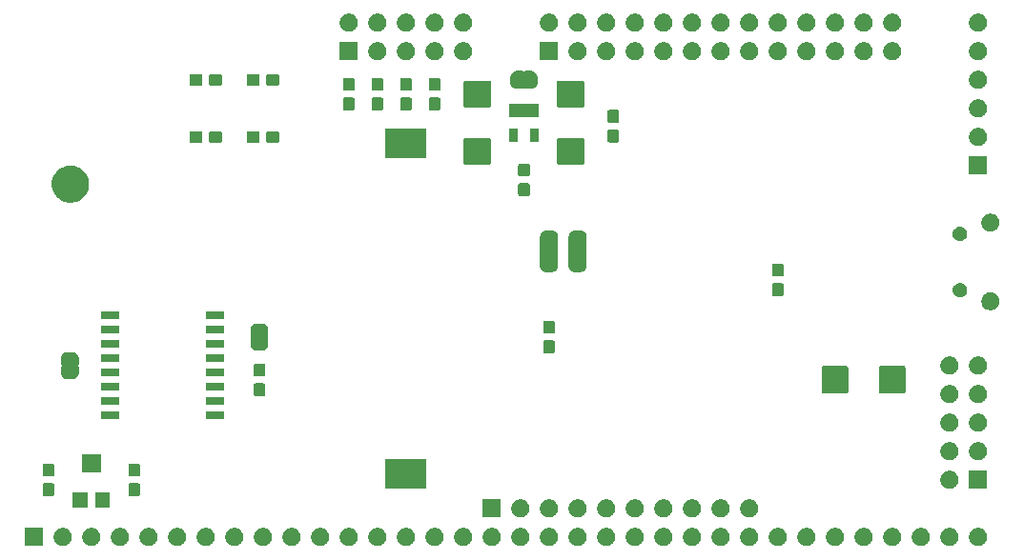
<source format=gbr>
G04 #@! TF.GenerationSoftware,KiCad,Pcbnew,(5.1.0)-1*
G04 #@! TF.CreationDate,2020-07-20T11:56:29-07:00*
G04 #@! TF.ProjectId,Tiny_Z80,54696e79-5f5a-4383-902e-6b696361645f,rev?*
G04 #@! TF.SameCoordinates,Original*
G04 #@! TF.FileFunction,Soldermask,Bot*
G04 #@! TF.FilePolarity,Negative*
%FSLAX46Y46*%
G04 Gerber Fmt 4.6, Leading zero omitted, Abs format (unit mm)*
G04 Created by KiCad (PCBNEW (5.1.0)-1) date 2020-07-20 11:56:29*
%MOMM*%
%LPD*%
G04 APERTURE LIST*
%ADD10C,0.100000*%
G04 APERTURE END LIST*
D10*
G36*
X193277142Y-126218242D02*
G01*
X193425101Y-126279529D01*
X193558255Y-126368499D01*
X193671501Y-126481745D01*
X193760471Y-126614899D01*
X193821758Y-126762858D01*
X193853000Y-126919925D01*
X193853000Y-127080075D01*
X193821758Y-127237142D01*
X193760471Y-127385101D01*
X193671501Y-127518255D01*
X193558255Y-127631501D01*
X193425101Y-127720471D01*
X193277142Y-127781758D01*
X193120075Y-127813000D01*
X192959925Y-127813000D01*
X192802858Y-127781758D01*
X192654899Y-127720471D01*
X192521745Y-127631501D01*
X192408499Y-127518255D01*
X192319529Y-127385101D01*
X192258242Y-127237142D01*
X192227000Y-127080075D01*
X192227000Y-126919925D01*
X192258242Y-126762858D01*
X192319529Y-126614899D01*
X192408499Y-126481745D01*
X192521745Y-126368499D01*
X192654899Y-126279529D01*
X192802858Y-126218242D01*
X192959925Y-126187000D01*
X193120075Y-126187000D01*
X193277142Y-126218242D01*
X193277142Y-126218242D01*
G37*
G36*
X190737142Y-126218242D02*
G01*
X190885101Y-126279529D01*
X191018255Y-126368499D01*
X191131501Y-126481745D01*
X191220471Y-126614899D01*
X191281758Y-126762858D01*
X191313000Y-126919925D01*
X191313000Y-127080075D01*
X191281758Y-127237142D01*
X191220471Y-127385101D01*
X191131501Y-127518255D01*
X191018255Y-127631501D01*
X190885101Y-127720471D01*
X190737142Y-127781758D01*
X190580075Y-127813000D01*
X190419925Y-127813000D01*
X190262858Y-127781758D01*
X190114899Y-127720471D01*
X189981745Y-127631501D01*
X189868499Y-127518255D01*
X189779529Y-127385101D01*
X189718242Y-127237142D01*
X189687000Y-127080075D01*
X189687000Y-126919925D01*
X189718242Y-126762858D01*
X189779529Y-126614899D01*
X189868499Y-126481745D01*
X189981745Y-126368499D01*
X190114899Y-126279529D01*
X190262858Y-126218242D01*
X190419925Y-126187000D01*
X190580075Y-126187000D01*
X190737142Y-126218242D01*
X190737142Y-126218242D01*
G37*
G36*
X211057142Y-126218242D02*
G01*
X211205101Y-126279529D01*
X211338255Y-126368499D01*
X211451501Y-126481745D01*
X211540471Y-126614899D01*
X211601758Y-126762858D01*
X211633000Y-126919925D01*
X211633000Y-127080075D01*
X211601758Y-127237142D01*
X211540471Y-127385101D01*
X211451501Y-127518255D01*
X211338255Y-127631501D01*
X211205101Y-127720471D01*
X211057142Y-127781758D01*
X210900075Y-127813000D01*
X210739925Y-127813000D01*
X210582858Y-127781758D01*
X210434899Y-127720471D01*
X210301745Y-127631501D01*
X210188499Y-127518255D01*
X210099529Y-127385101D01*
X210038242Y-127237142D01*
X210007000Y-127080075D01*
X210007000Y-126919925D01*
X210038242Y-126762858D01*
X210099529Y-126614899D01*
X210188499Y-126481745D01*
X210301745Y-126368499D01*
X210434899Y-126279529D01*
X210582858Y-126218242D01*
X210739925Y-126187000D01*
X210900075Y-126187000D01*
X211057142Y-126218242D01*
X211057142Y-126218242D01*
G37*
G36*
X208517142Y-126218242D02*
G01*
X208665101Y-126279529D01*
X208798255Y-126368499D01*
X208911501Y-126481745D01*
X209000471Y-126614899D01*
X209061758Y-126762858D01*
X209093000Y-126919925D01*
X209093000Y-127080075D01*
X209061758Y-127237142D01*
X209000471Y-127385101D01*
X208911501Y-127518255D01*
X208798255Y-127631501D01*
X208665101Y-127720471D01*
X208517142Y-127781758D01*
X208360075Y-127813000D01*
X208199925Y-127813000D01*
X208042858Y-127781758D01*
X207894899Y-127720471D01*
X207761745Y-127631501D01*
X207648499Y-127518255D01*
X207559529Y-127385101D01*
X207498242Y-127237142D01*
X207467000Y-127080075D01*
X207467000Y-126919925D01*
X207498242Y-126762858D01*
X207559529Y-126614899D01*
X207648499Y-126481745D01*
X207761745Y-126368499D01*
X207894899Y-126279529D01*
X208042858Y-126218242D01*
X208199925Y-126187000D01*
X208360075Y-126187000D01*
X208517142Y-126218242D01*
X208517142Y-126218242D01*
G37*
G36*
X205977142Y-126218242D02*
G01*
X206125101Y-126279529D01*
X206258255Y-126368499D01*
X206371501Y-126481745D01*
X206460471Y-126614899D01*
X206521758Y-126762858D01*
X206553000Y-126919925D01*
X206553000Y-127080075D01*
X206521758Y-127237142D01*
X206460471Y-127385101D01*
X206371501Y-127518255D01*
X206258255Y-127631501D01*
X206125101Y-127720471D01*
X205977142Y-127781758D01*
X205820075Y-127813000D01*
X205659925Y-127813000D01*
X205502858Y-127781758D01*
X205354899Y-127720471D01*
X205221745Y-127631501D01*
X205108499Y-127518255D01*
X205019529Y-127385101D01*
X204958242Y-127237142D01*
X204927000Y-127080075D01*
X204927000Y-126919925D01*
X204958242Y-126762858D01*
X205019529Y-126614899D01*
X205108499Y-126481745D01*
X205221745Y-126368499D01*
X205354899Y-126279529D01*
X205502858Y-126218242D01*
X205659925Y-126187000D01*
X205820075Y-126187000D01*
X205977142Y-126218242D01*
X205977142Y-126218242D01*
G37*
G36*
X203437142Y-126218242D02*
G01*
X203585101Y-126279529D01*
X203718255Y-126368499D01*
X203831501Y-126481745D01*
X203920471Y-126614899D01*
X203981758Y-126762858D01*
X204013000Y-126919925D01*
X204013000Y-127080075D01*
X203981758Y-127237142D01*
X203920471Y-127385101D01*
X203831501Y-127518255D01*
X203718255Y-127631501D01*
X203585101Y-127720471D01*
X203437142Y-127781758D01*
X203280075Y-127813000D01*
X203119925Y-127813000D01*
X202962858Y-127781758D01*
X202814899Y-127720471D01*
X202681745Y-127631501D01*
X202568499Y-127518255D01*
X202479529Y-127385101D01*
X202418242Y-127237142D01*
X202387000Y-127080075D01*
X202387000Y-126919925D01*
X202418242Y-126762858D01*
X202479529Y-126614899D01*
X202568499Y-126481745D01*
X202681745Y-126368499D01*
X202814899Y-126279529D01*
X202962858Y-126218242D01*
X203119925Y-126187000D01*
X203280075Y-126187000D01*
X203437142Y-126218242D01*
X203437142Y-126218242D01*
G37*
G36*
X200897142Y-126218242D02*
G01*
X201045101Y-126279529D01*
X201178255Y-126368499D01*
X201291501Y-126481745D01*
X201380471Y-126614899D01*
X201441758Y-126762858D01*
X201473000Y-126919925D01*
X201473000Y-127080075D01*
X201441758Y-127237142D01*
X201380471Y-127385101D01*
X201291501Y-127518255D01*
X201178255Y-127631501D01*
X201045101Y-127720471D01*
X200897142Y-127781758D01*
X200740075Y-127813000D01*
X200579925Y-127813000D01*
X200422858Y-127781758D01*
X200274899Y-127720471D01*
X200141745Y-127631501D01*
X200028499Y-127518255D01*
X199939529Y-127385101D01*
X199878242Y-127237142D01*
X199847000Y-127080075D01*
X199847000Y-126919925D01*
X199878242Y-126762858D01*
X199939529Y-126614899D01*
X200028499Y-126481745D01*
X200141745Y-126368499D01*
X200274899Y-126279529D01*
X200422858Y-126218242D01*
X200579925Y-126187000D01*
X200740075Y-126187000D01*
X200897142Y-126218242D01*
X200897142Y-126218242D01*
G37*
G36*
X198357142Y-126218242D02*
G01*
X198505101Y-126279529D01*
X198638255Y-126368499D01*
X198751501Y-126481745D01*
X198840471Y-126614899D01*
X198901758Y-126762858D01*
X198933000Y-126919925D01*
X198933000Y-127080075D01*
X198901758Y-127237142D01*
X198840471Y-127385101D01*
X198751501Y-127518255D01*
X198638255Y-127631501D01*
X198505101Y-127720471D01*
X198357142Y-127781758D01*
X198200075Y-127813000D01*
X198039925Y-127813000D01*
X197882858Y-127781758D01*
X197734899Y-127720471D01*
X197601745Y-127631501D01*
X197488499Y-127518255D01*
X197399529Y-127385101D01*
X197338242Y-127237142D01*
X197307000Y-127080075D01*
X197307000Y-126919925D01*
X197338242Y-126762858D01*
X197399529Y-126614899D01*
X197488499Y-126481745D01*
X197601745Y-126368499D01*
X197734899Y-126279529D01*
X197882858Y-126218242D01*
X198039925Y-126187000D01*
X198200075Y-126187000D01*
X198357142Y-126218242D01*
X198357142Y-126218242D01*
G37*
G36*
X195817142Y-126218242D02*
G01*
X195965101Y-126279529D01*
X196098255Y-126368499D01*
X196211501Y-126481745D01*
X196300471Y-126614899D01*
X196361758Y-126762858D01*
X196393000Y-126919925D01*
X196393000Y-127080075D01*
X196361758Y-127237142D01*
X196300471Y-127385101D01*
X196211501Y-127518255D01*
X196098255Y-127631501D01*
X195965101Y-127720471D01*
X195817142Y-127781758D01*
X195660075Y-127813000D01*
X195499925Y-127813000D01*
X195342858Y-127781758D01*
X195194899Y-127720471D01*
X195061745Y-127631501D01*
X194948499Y-127518255D01*
X194859529Y-127385101D01*
X194798242Y-127237142D01*
X194767000Y-127080075D01*
X194767000Y-126919925D01*
X194798242Y-126762858D01*
X194859529Y-126614899D01*
X194948499Y-126481745D01*
X195061745Y-126368499D01*
X195194899Y-126279529D01*
X195342858Y-126218242D01*
X195499925Y-126187000D01*
X195660075Y-126187000D01*
X195817142Y-126218242D01*
X195817142Y-126218242D01*
G37*
G36*
X167877142Y-126218242D02*
G01*
X168025101Y-126279529D01*
X168158255Y-126368499D01*
X168271501Y-126481745D01*
X168360471Y-126614899D01*
X168421758Y-126762858D01*
X168453000Y-126919925D01*
X168453000Y-127080075D01*
X168421758Y-127237142D01*
X168360471Y-127385101D01*
X168271501Y-127518255D01*
X168158255Y-127631501D01*
X168025101Y-127720471D01*
X167877142Y-127781758D01*
X167720075Y-127813000D01*
X167559925Y-127813000D01*
X167402858Y-127781758D01*
X167254899Y-127720471D01*
X167121745Y-127631501D01*
X167008499Y-127518255D01*
X166919529Y-127385101D01*
X166858242Y-127237142D01*
X166827000Y-127080075D01*
X166827000Y-126919925D01*
X166858242Y-126762858D01*
X166919529Y-126614899D01*
X167008499Y-126481745D01*
X167121745Y-126368499D01*
X167254899Y-126279529D01*
X167402858Y-126218242D01*
X167559925Y-126187000D01*
X167720075Y-126187000D01*
X167877142Y-126218242D01*
X167877142Y-126218242D01*
G37*
G36*
X188197142Y-126218242D02*
G01*
X188345101Y-126279529D01*
X188478255Y-126368499D01*
X188591501Y-126481745D01*
X188680471Y-126614899D01*
X188741758Y-126762858D01*
X188773000Y-126919925D01*
X188773000Y-127080075D01*
X188741758Y-127237142D01*
X188680471Y-127385101D01*
X188591501Y-127518255D01*
X188478255Y-127631501D01*
X188345101Y-127720471D01*
X188197142Y-127781758D01*
X188040075Y-127813000D01*
X187879925Y-127813000D01*
X187722858Y-127781758D01*
X187574899Y-127720471D01*
X187441745Y-127631501D01*
X187328499Y-127518255D01*
X187239529Y-127385101D01*
X187178242Y-127237142D01*
X187147000Y-127080075D01*
X187147000Y-126919925D01*
X187178242Y-126762858D01*
X187239529Y-126614899D01*
X187328499Y-126481745D01*
X187441745Y-126368499D01*
X187574899Y-126279529D01*
X187722858Y-126218242D01*
X187879925Y-126187000D01*
X188040075Y-126187000D01*
X188197142Y-126218242D01*
X188197142Y-126218242D01*
G37*
G36*
X185657142Y-126218242D02*
G01*
X185805101Y-126279529D01*
X185938255Y-126368499D01*
X186051501Y-126481745D01*
X186140471Y-126614899D01*
X186201758Y-126762858D01*
X186233000Y-126919925D01*
X186233000Y-127080075D01*
X186201758Y-127237142D01*
X186140471Y-127385101D01*
X186051501Y-127518255D01*
X185938255Y-127631501D01*
X185805101Y-127720471D01*
X185657142Y-127781758D01*
X185500075Y-127813000D01*
X185339925Y-127813000D01*
X185182858Y-127781758D01*
X185034899Y-127720471D01*
X184901745Y-127631501D01*
X184788499Y-127518255D01*
X184699529Y-127385101D01*
X184638242Y-127237142D01*
X184607000Y-127080075D01*
X184607000Y-126919925D01*
X184638242Y-126762858D01*
X184699529Y-126614899D01*
X184788499Y-126481745D01*
X184901745Y-126368499D01*
X185034899Y-126279529D01*
X185182858Y-126218242D01*
X185339925Y-126187000D01*
X185500075Y-126187000D01*
X185657142Y-126218242D01*
X185657142Y-126218242D01*
G37*
G36*
X183117142Y-126218242D02*
G01*
X183265101Y-126279529D01*
X183398255Y-126368499D01*
X183511501Y-126481745D01*
X183600471Y-126614899D01*
X183661758Y-126762858D01*
X183693000Y-126919925D01*
X183693000Y-127080075D01*
X183661758Y-127237142D01*
X183600471Y-127385101D01*
X183511501Y-127518255D01*
X183398255Y-127631501D01*
X183265101Y-127720471D01*
X183117142Y-127781758D01*
X182960075Y-127813000D01*
X182799925Y-127813000D01*
X182642858Y-127781758D01*
X182494899Y-127720471D01*
X182361745Y-127631501D01*
X182248499Y-127518255D01*
X182159529Y-127385101D01*
X182098242Y-127237142D01*
X182067000Y-127080075D01*
X182067000Y-126919925D01*
X182098242Y-126762858D01*
X182159529Y-126614899D01*
X182248499Y-126481745D01*
X182361745Y-126368499D01*
X182494899Y-126279529D01*
X182642858Y-126218242D01*
X182799925Y-126187000D01*
X182960075Y-126187000D01*
X183117142Y-126218242D01*
X183117142Y-126218242D01*
G37*
G36*
X180577142Y-126218242D02*
G01*
X180725101Y-126279529D01*
X180858255Y-126368499D01*
X180971501Y-126481745D01*
X181060471Y-126614899D01*
X181121758Y-126762858D01*
X181153000Y-126919925D01*
X181153000Y-127080075D01*
X181121758Y-127237142D01*
X181060471Y-127385101D01*
X180971501Y-127518255D01*
X180858255Y-127631501D01*
X180725101Y-127720471D01*
X180577142Y-127781758D01*
X180420075Y-127813000D01*
X180259925Y-127813000D01*
X180102858Y-127781758D01*
X179954899Y-127720471D01*
X179821745Y-127631501D01*
X179708499Y-127518255D01*
X179619529Y-127385101D01*
X179558242Y-127237142D01*
X179527000Y-127080075D01*
X179527000Y-126919925D01*
X179558242Y-126762858D01*
X179619529Y-126614899D01*
X179708499Y-126481745D01*
X179821745Y-126368499D01*
X179954899Y-126279529D01*
X180102858Y-126218242D01*
X180259925Y-126187000D01*
X180420075Y-126187000D01*
X180577142Y-126218242D01*
X180577142Y-126218242D01*
G37*
G36*
X178037142Y-126218242D02*
G01*
X178185101Y-126279529D01*
X178318255Y-126368499D01*
X178431501Y-126481745D01*
X178520471Y-126614899D01*
X178581758Y-126762858D01*
X178613000Y-126919925D01*
X178613000Y-127080075D01*
X178581758Y-127237142D01*
X178520471Y-127385101D01*
X178431501Y-127518255D01*
X178318255Y-127631501D01*
X178185101Y-127720471D01*
X178037142Y-127781758D01*
X177880075Y-127813000D01*
X177719925Y-127813000D01*
X177562858Y-127781758D01*
X177414899Y-127720471D01*
X177281745Y-127631501D01*
X177168499Y-127518255D01*
X177079529Y-127385101D01*
X177018242Y-127237142D01*
X176987000Y-127080075D01*
X176987000Y-126919925D01*
X177018242Y-126762858D01*
X177079529Y-126614899D01*
X177168499Y-126481745D01*
X177281745Y-126368499D01*
X177414899Y-126279529D01*
X177562858Y-126218242D01*
X177719925Y-126187000D01*
X177880075Y-126187000D01*
X178037142Y-126218242D01*
X178037142Y-126218242D01*
G37*
G36*
X175497142Y-126218242D02*
G01*
X175645101Y-126279529D01*
X175778255Y-126368499D01*
X175891501Y-126481745D01*
X175980471Y-126614899D01*
X176041758Y-126762858D01*
X176073000Y-126919925D01*
X176073000Y-127080075D01*
X176041758Y-127237142D01*
X175980471Y-127385101D01*
X175891501Y-127518255D01*
X175778255Y-127631501D01*
X175645101Y-127720471D01*
X175497142Y-127781758D01*
X175340075Y-127813000D01*
X175179925Y-127813000D01*
X175022858Y-127781758D01*
X174874899Y-127720471D01*
X174741745Y-127631501D01*
X174628499Y-127518255D01*
X174539529Y-127385101D01*
X174478242Y-127237142D01*
X174447000Y-127080075D01*
X174447000Y-126919925D01*
X174478242Y-126762858D01*
X174539529Y-126614899D01*
X174628499Y-126481745D01*
X174741745Y-126368499D01*
X174874899Y-126279529D01*
X175022858Y-126218242D01*
X175179925Y-126187000D01*
X175340075Y-126187000D01*
X175497142Y-126218242D01*
X175497142Y-126218242D01*
G37*
G36*
X172957142Y-126218242D02*
G01*
X173105101Y-126279529D01*
X173238255Y-126368499D01*
X173351501Y-126481745D01*
X173440471Y-126614899D01*
X173501758Y-126762858D01*
X173533000Y-126919925D01*
X173533000Y-127080075D01*
X173501758Y-127237142D01*
X173440471Y-127385101D01*
X173351501Y-127518255D01*
X173238255Y-127631501D01*
X173105101Y-127720471D01*
X172957142Y-127781758D01*
X172800075Y-127813000D01*
X172639925Y-127813000D01*
X172482858Y-127781758D01*
X172334899Y-127720471D01*
X172201745Y-127631501D01*
X172088499Y-127518255D01*
X171999529Y-127385101D01*
X171938242Y-127237142D01*
X171907000Y-127080075D01*
X171907000Y-126919925D01*
X171938242Y-126762858D01*
X171999529Y-126614899D01*
X172088499Y-126481745D01*
X172201745Y-126368499D01*
X172334899Y-126279529D01*
X172482858Y-126218242D01*
X172639925Y-126187000D01*
X172800075Y-126187000D01*
X172957142Y-126218242D01*
X172957142Y-126218242D01*
G37*
G36*
X147557142Y-126218242D02*
G01*
X147705101Y-126279529D01*
X147838255Y-126368499D01*
X147951501Y-126481745D01*
X148040471Y-126614899D01*
X148101758Y-126762858D01*
X148133000Y-126919925D01*
X148133000Y-127080075D01*
X148101758Y-127237142D01*
X148040471Y-127385101D01*
X147951501Y-127518255D01*
X147838255Y-127631501D01*
X147705101Y-127720471D01*
X147557142Y-127781758D01*
X147400075Y-127813000D01*
X147239925Y-127813000D01*
X147082858Y-127781758D01*
X146934899Y-127720471D01*
X146801745Y-127631501D01*
X146688499Y-127518255D01*
X146599529Y-127385101D01*
X146538242Y-127237142D01*
X146507000Y-127080075D01*
X146507000Y-126919925D01*
X146538242Y-126762858D01*
X146599529Y-126614899D01*
X146688499Y-126481745D01*
X146801745Y-126368499D01*
X146934899Y-126279529D01*
X147082858Y-126218242D01*
X147239925Y-126187000D01*
X147400075Y-126187000D01*
X147557142Y-126218242D01*
X147557142Y-126218242D01*
G37*
G36*
X129777142Y-126218242D02*
G01*
X129925101Y-126279529D01*
X130058255Y-126368499D01*
X130171501Y-126481745D01*
X130260471Y-126614899D01*
X130321758Y-126762858D01*
X130353000Y-126919925D01*
X130353000Y-127080075D01*
X130321758Y-127237142D01*
X130260471Y-127385101D01*
X130171501Y-127518255D01*
X130058255Y-127631501D01*
X129925101Y-127720471D01*
X129777142Y-127781758D01*
X129620075Y-127813000D01*
X129459925Y-127813000D01*
X129302858Y-127781758D01*
X129154899Y-127720471D01*
X129021745Y-127631501D01*
X128908499Y-127518255D01*
X128819529Y-127385101D01*
X128758242Y-127237142D01*
X128727000Y-127080075D01*
X128727000Y-126919925D01*
X128758242Y-126762858D01*
X128819529Y-126614899D01*
X128908499Y-126481745D01*
X129021745Y-126368499D01*
X129154899Y-126279529D01*
X129302858Y-126218242D01*
X129459925Y-126187000D01*
X129620075Y-126187000D01*
X129777142Y-126218242D01*
X129777142Y-126218242D01*
G37*
G36*
X127813000Y-127813000D02*
G01*
X126187000Y-127813000D01*
X126187000Y-126187000D01*
X127813000Y-126187000D01*
X127813000Y-127813000D01*
X127813000Y-127813000D01*
G37*
G36*
X165337142Y-126218242D02*
G01*
X165485101Y-126279529D01*
X165618255Y-126368499D01*
X165731501Y-126481745D01*
X165820471Y-126614899D01*
X165881758Y-126762858D01*
X165913000Y-126919925D01*
X165913000Y-127080075D01*
X165881758Y-127237142D01*
X165820471Y-127385101D01*
X165731501Y-127518255D01*
X165618255Y-127631501D01*
X165485101Y-127720471D01*
X165337142Y-127781758D01*
X165180075Y-127813000D01*
X165019925Y-127813000D01*
X164862858Y-127781758D01*
X164714899Y-127720471D01*
X164581745Y-127631501D01*
X164468499Y-127518255D01*
X164379529Y-127385101D01*
X164318242Y-127237142D01*
X164287000Y-127080075D01*
X164287000Y-126919925D01*
X164318242Y-126762858D01*
X164379529Y-126614899D01*
X164468499Y-126481745D01*
X164581745Y-126368499D01*
X164714899Y-126279529D01*
X164862858Y-126218242D01*
X165019925Y-126187000D01*
X165180075Y-126187000D01*
X165337142Y-126218242D01*
X165337142Y-126218242D01*
G37*
G36*
X162797142Y-126218242D02*
G01*
X162945101Y-126279529D01*
X163078255Y-126368499D01*
X163191501Y-126481745D01*
X163280471Y-126614899D01*
X163341758Y-126762858D01*
X163373000Y-126919925D01*
X163373000Y-127080075D01*
X163341758Y-127237142D01*
X163280471Y-127385101D01*
X163191501Y-127518255D01*
X163078255Y-127631501D01*
X162945101Y-127720471D01*
X162797142Y-127781758D01*
X162640075Y-127813000D01*
X162479925Y-127813000D01*
X162322858Y-127781758D01*
X162174899Y-127720471D01*
X162041745Y-127631501D01*
X161928499Y-127518255D01*
X161839529Y-127385101D01*
X161778242Y-127237142D01*
X161747000Y-127080075D01*
X161747000Y-126919925D01*
X161778242Y-126762858D01*
X161839529Y-126614899D01*
X161928499Y-126481745D01*
X162041745Y-126368499D01*
X162174899Y-126279529D01*
X162322858Y-126218242D01*
X162479925Y-126187000D01*
X162640075Y-126187000D01*
X162797142Y-126218242D01*
X162797142Y-126218242D01*
G37*
G36*
X160257142Y-126218242D02*
G01*
X160405101Y-126279529D01*
X160538255Y-126368499D01*
X160651501Y-126481745D01*
X160740471Y-126614899D01*
X160801758Y-126762858D01*
X160833000Y-126919925D01*
X160833000Y-127080075D01*
X160801758Y-127237142D01*
X160740471Y-127385101D01*
X160651501Y-127518255D01*
X160538255Y-127631501D01*
X160405101Y-127720471D01*
X160257142Y-127781758D01*
X160100075Y-127813000D01*
X159939925Y-127813000D01*
X159782858Y-127781758D01*
X159634899Y-127720471D01*
X159501745Y-127631501D01*
X159388499Y-127518255D01*
X159299529Y-127385101D01*
X159238242Y-127237142D01*
X159207000Y-127080075D01*
X159207000Y-126919925D01*
X159238242Y-126762858D01*
X159299529Y-126614899D01*
X159388499Y-126481745D01*
X159501745Y-126368499D01*
X159634899Y-126279529D01*
X159782858Y-126218242D01*
X159939925Y-126187000D01*
X160100075Y-126187000D01*
X160257142Y-126218242D01*
X160257142Y-126218242D01*
G37*
G36*
X157717142Y-126218242D02*
G01*
X157865101Y-126279529D01*
X157998255Y-126368499D01*
X158111501Y-126481745D01*
X158200471Y-126614899D01*
X158261758Y-126762858D01*
X158293000Y-126919925D01*
X158293000Y-127080075D01*
X158261758Y-127237142D01*
X158200471Y-127385101D01*
X158111501Y-127518255D01*
X157998255Y-127631501D01*
X157865101Y-127720471D01*
X157717142Y-127781758D01*
X157560075Y-127813000D01*
X157399925Y-127813000D01*
X157242858Y-127781758D01*
X157094899Y-127720471D01*
X156961745Y-127631501D01*
X156848499Y-127518255D01*
X156759529Y-127385101D01*
X156698242Y-127237142D01*
X156667000Y-127080075D01*
X156667000Y-126919925D01*
X156698242Y-126762858D01*
X156759529Y-126614899D01*
X156848499Y-126481745D01*
X156961745Y-126368499D01*
X157094899Y-126279529D01*
X157242858Y-126218242D01*
X157399925Y-126187000D01*
X157560075Y-126187000D01*
X157717142Y-126218242D01*
X157717142Y-126218242D01*
G37*
G36*
X155177142Y-126218242D02*
G01*
X155325101Y-126279529D01*
X155458255Y-126368499D01*
X155571501Y-126481745D01*
X155660471Y-126614899D01*
X155721758Y-126762858D01*
X155753000Y-126919925D01*
X155753000Y-127080075D01*
X155721758Y-127237142D01*
X155660471Y-127385101D01*
X155571501Y-127518255D01*
X155458255Y-127631501D01*
X155325101Y-127720471D01*
X155177142Y-127781758D01*
X155020075Y-127813000D01*
X154859925Y-127813000D01*
X154702858Y-127781758D01*
X154554899Y-127720471D01*
X154421745Y-127631501D01*
X154308499Y-127518255D01*
X154219529Y-127385101D01*
X154158242Y-127237142D01*
X154127000Y-127080075D01*
X154127000Y-126919925D01*
X154158242Y-126762858D01*
X154219529Y-126614899D01*
X154308499Y-126481745D01*
X154421745Y-126368499D01*
X154554899Y-126279529D01*
X154702858Y-126218242D01*
X154859925Y-126187000D01*
X155020075Y-126187000D01*
X155177142Y-126218242D01*
X155177142Y-126218242D01*
G37*
G36*
X152637142Y-126218242D02*
G01*
X152785101Y-126279529D01*
X152918255Y-126368499D01*
X153031501Y-126481745D01*
X153120471Y-126614899D01*
X153181758Y-126762858D01*
X153213000Y-126919925D01*
X153213000Y-127080075D01*
X153181758Y-127237142D01*
X153120471Y-127385101D01*
X153031501Y-127518255D01*
X152918255Y-127631501D01*
X152785101Y-127720471D01*
X152637142Y-127781758D01*
X152480075Y-127813000D01*
X152319925Y-127813000D01*
X152162858Y-127781758D01*
X152014899Y-127720471D01*
X151881745Y-127631501D01*
X151768499Y-127518255D01*
X151679529Y-127385101D01*
X151618242Y-127237142D01*
X151587000Y-127080075D01*
X151587000Y-126919925D01*
X151618242Y-126762858D01*
X151679529Y-126614899D01*
X151768499Y-126481745D01*
X151881745Y-126368499D01*
X152014899Y-126279529D01*
X152162858Y-126218242D01*
X152319925Y-126187000D01*
X152480075Y-126187000D01*
X152637142Y-126218242D01*
X152637142Y-126218242D01*
G37*
G36*
X150097142Y-126218242D02*
G01*
X150245101Y-126279529D01*
X150378255Y-126368499D01*
X150491501Y-126481745D01*
X150580471Y-126614899D01*
X150641758Y-126762858D01*
X150673000Y-126919925D01*
X150673000Y-127080075D01*
X150641758Y-127237142D01*
X150580471Y-127385101D01*
X150491501Y-127518255D01*
X150378255Y-127631501D01*
X150245101Y-127720471D01*
X150097142Y-127781758D01*
X149940075Y-127813000D01*
X149779925Y-127813000D01*
X149622858Y-127781758D01*
X149474899Y-127720471D01*
X149341745Y-127631501D01*
X149228499Y-127518255D01*
X149139529Y-127385101D01*
X149078242Y-127237142D01*
X149047000Y-127080075D01*
X149047000Y-126919925D01*
X149078242Y-126762858D01*
X149139529Y-126614899D01*
X149228499Y-126481745D01*
X149341745Y-126368499D01*
X149474899Y-126279529D01*
X149622858Y-126218242D01*
X149779925Y-126187000D01*
X149940075Y-126187000D01*
X150097142Y-126218242D01*
X150097142Y-126218242D01*
G37*
G36*
X145017142Y-126218242D02*
G01*
X145165101Y-126279529D01*
X145298255Y-126368499D01*
X145411501Y-126481745D01*
X145500471Y-126614899D01*
X145561758Y-126762858D01*
X145593000Y-126919925D01*
X145593000Y-127080075D01*
X145561758Y-127237142D01*
X145500471Y-127385101D01*
X145411501Y-127518255D01*
X145298255Y-127631501D01*
X145165101Y-127720471D01*
X145017142Y-127781758D01*
X144860075Y-127813000D01*
X144699925Y-127813000D01*
X144542858Y-127781758D01*
X144394899Y-127720471D01*
X144261745Y-127631501D01*
X144148499Y-127518255D01*
X144059529Y-127385101D01*
X143998242Y-127237142D01*
X143967000Y-127080075D01*
X143967000Y-126919925D01*
X143998242Y-126762858D01*
X144059529Y-126614899D01*
X144148499Y-126481745D01*
X144261745Y-126368499D01*
X144394899Y-126279529D01*
X144542858Y-126218242D01*
X144699925Y-126187000D01*
X144860075Y-126187000D01*
X145017142Y-126218242D01*
X145017142Y-126218242D01*
G37*
G36*
X142477142Y-126218242D02*
G01*
X142625101Y-126279529D01*
X142758255Y-126368499D01*
X142871501Y-126481745D01*
X142960471Y-126614899D01*
X143021758Y-126762858D01*
X143053000Y-126919925D01*
X143053000Y-127080075D01*
X143021758Y-127237142D01*
X142960471Y-127385101D01*
X142871501Y-127518255D01*
X142758255Y-127631501D01*
X142625101Y-127720471D01*
X142477142Y-127781758D01*
X142320075Y-127813000D01*
X142159925Y-127813000D01*
X142002858Y-127781758D01*
X141854899Y-127720471D01*
X141721745Y-127631501D01*
X141608499Y-127518255D01*
X141519529Y-127385101D01*
X141458242Y-127237142D01*
X141427000Y-127080075D01*
X141427000Y-126919925D01*
X141458242Y-126762858D01*
X141519529Y-126614899D01*
X141608499Y-126481745D01*
X141721745Y-126368499D01*
X141854899Y-126279529D01*
X142002858Y-126218242D01*
X142159925Y-126187000D01*
X142320075Y-126187000D01*
X142477142Y-126218242D01*
X142477142Y-126218242D01*
G37*
G36*
X139937142Y-126218242D02*
G01*
X140085101Y-126279529D01*
X140218255Y-126368499D01*
X140331501Y-126481745D01*
X140420471Y-126614899D01*
X140481758Y-126762858D01*
X140513000Y-126919925D01*
X140513000Y-127080075D01*
X140481758Y-127237142D01*
X140420471Y-127385101D01*
X140331501Y-127518255D01*
X140218255Y-127631501D01*
X140085101Y-127720471D01*
X139937142Y-127781758D01*
X139780075Y-127813000D01*
X139619925Y-127813000D01*
X139462858Y-127781758D01*
X139314899Y-127720471D01*
X139181745Y-127631501D01*
X139068499Y-127518255D01*
X138979529Y-127385101D01*
X138918242Y-127237142D01*
X138887000Y-127080075D01*
X138887000Y-126919925D01*
X138918242Y-126762858D01*
X138979529Y-126614899D01*
X139068499Y-126481745D01*
X139181745Y-126368499D01*
X139314899Y-126279529D01*
X139462858Y-126218242D01*
X139619925Y-126187000D01*
X139780075Y-126187000D01*
X139937142Y-126218242D01*
X139937142Y-126218242D01*
G37*
G36*
X137397142Y-126218242D02*
G01*
X137545101Y-126279529D01*
X137678255Y-126368499D01*
X137791501Y-126481745D01*
X137880471Y-126614899D01*
X137941758Y-126762858D01*
X137973000Y-126919925D01*
X137973000Y-127080075D01*
X137941758Y-127237142D01*
X137880471Y-127385101D01*
X137791501Y-127518255D01*
X137678255Y-127631501D01*
X137545101Y-127720471D01*
X137397142Y-127781758D01*
X137240075Y-127813000D01*
X137079925Y-127813000D01*
X136922858Y-127781758D01*
X136774899Y-127720471D01*
X136641745Y-127631501D01*
X136528499Y-127518255D01*
X136439529Y-127385101D01*
X136378242Y-127237142D01*
X136347000Y-127080075D01*
X136347000Y-126919925D01*
X136378242Y-126762858D01*
X136439529Y-126614899D01*
X136528499Y-126481745D01*
X136641745Y-126368499D01*
X136774899Y-126279529D01*
X136922858Y-126218242D01*
X137079925Y-126187000D01*
X137240075Y-126187000D01*
X137397142Y-126218242D01*
X137397142Y-126218242D01*
G37*
G36*
X134857142Y-126218242D02*
G01*
X135005101Y-126279529D01*
X135138255Y-126368499D01*
X135251501Y-126481745D01*
X135340471Y-126614899D01*
X135401758Y-126762858D01*
X135433000Y-126919925D01*
X135433000Y-127080075D01*
X135401758Y-127237142D01*
X135340471Y-127385101D01*
X135251501Y-127518255D01*
X135138255Y-127631501D01*
X135005101Y-127720471D01*
X134857142Y-127781758D01*
X134700075Y-127813000D01*
X134539925Y-127813000D01*
X134382858Y-127781758D01*
X134234899Y-127720471D01*
X134101745Y-127631501D01*
X133988499Y-127518255D01*
X133899529Y-127385101D01*
X133838242Y-127237142D01*
X133807000Y-127080075D01*
X133807000Y-126919925D01*
X133838242Y-126762858D01*
X133899529Y-126614899D01*
X133988499Y-126481745D01*
X134101745Y-126368499D01*
X134234899Y-126279529D01*
X134382858Y-126218242D01*
X134539925Y-126187000D01*
X134700075Y-126187000D01*
X134857142Y-126218242D01*
X134857142Y-126218242D01*
G37*
G36*
X132317142Y-126218242D02*
G01*
X132465101Y-126279529D01*
X132598255Y-126368499D01*
X132711501Y-126481745D01*
X132800471Y-126614899D01*
X132861758Y-126762858D01*
X132893000Y-126919925D01*
X132893000Y-127080075D01*
X132861758Y-127237142D01*
X132800471Y-127385101D01*
X132711501Y-127518255D01*
X132598255Y-127631501D01*
X132465101Y-127720471D01*
X132317142Y-127781758D01*
X132160075Y-127813000D01*
X131999925Y-127813000D01*
X131842858Y-127781758D01*
X131694899Y-127720471D01*
X131561745Y-127631501D01*
X131448499Y-127518255D01*
X131359529Y-127385101D01*
X131298242Y-127237142D01*
X131267000Y-127080075D01*
X131267000Y-126919925D01*
X131298242Y-126762858D01*
X131359529Y-126614899D01*
X131448499Y-126481745D01*
X131561745Y-126368499D01*
X131694899Y-126279529D01*
X131842858Y-126218242D01*
X131999925Y-126187000D01*
X132160075Y-126187000D01*
X132317142Y-126218242D01*
X132317142Y-126218242D01*
G37*
G36*
X170417142Y-126218242D02*
G01*
X170565101Y-126279529D01*
X170698255Y-126368499D01*
X170811501Y-126481745D01*
X170900471Y-126614899D01*
X170961758Y-126762858D01*
X170993000Y-126919925D01*
X170993000Y-127080075D01*
X170961758Y-127237142D01*
X170900471Y-127385101D01*
X170811501Y-127518255D01*
X170698255Y-127631501D01*
X170565101Y-127720471D01*
X170417142Y-127781758D01*
X170260075Y-127813000D01*
X170099925Y-127813000D01*
X169942858Y-127781758D01*
X169794899Y-127720471D01*
X169661745Y-127631501D01*
X169548499Y-127518255D01*
X169459529Y-127385101D01*
X169398242Y-127237142D01*
X169367000Y-127080075D01*
X169367000Y-126919925D01*
X169398242Y-126762858D01*
X169459529Y-126614899D01*
X169548499Y-126481745D01*
X169661745Y-126368499D01*
X169794899Y-126279529D01*
X169942858Y-126218242D01*
X170099925Y-126187000D01*
X170260075Y-126187000D01*
X170417142Y-126218242D01*
X170417142Y-126218242D01*
G37*
G36*
X190737142Y-123678242D02*
G01*
X190885101Y-123739529D01*
X191018255Y-123828499D01*
X191131501Y-123941745D01*
X191220471Y-124074899D01*
X191281758Y-124222858D01*
X191313000Y-124379925D01*
X191313000Y-124540075D01*
X191281758Y-124697142D01*
X191220471Y-124845101D01*
X191131501Y-124978255D01*
X191018255Y-125091501D01*
X190885101Y-125180471D01*
X190737142Y-125241758D01*
X190580075Y-125273000D01*
X190419925Y-125273000D01*
X190262858Y-125241758D01*
X190114899Y-125180471D01*
X189981745Y-125091501D01*
X189868499Y-124978255D01*
X189779529Y-124845101D01*
X189718242Y-124697142D01*
X189687000Y-124540075D01*
X189687000Y-124379925D01*
X189718242Y-124222858D01*
X189779529Y-124074899D01*
X189868499Y-123941745D01*
X189981745Y-123828499D01*
X190114899Y-123739529D01*
X190262858Y-123678242D01*
X190419925Y-123647000D01*
X190580075Y-123647000D01*
X190737142Y-123678242D01*
X190737142Y-123678242D01*
G37*
G36*
X175497142Y-123678242D02*
G01*
X175645101Y-123739529D01*
X175778255Y-123828499D01*
X175891501Y-123941745D01*
X175980471Y-124074899D01*
X176041758Y-124222858D01*
X176073000Y-124379925D01*
X176073000Y-124540075D01*
X176041758Y-124697142D01*
X175980471Y-124845101D01*
X175891501Y-124978255D01*
X175778255Y-125091501D01*
X175645101Y-125180471D01*
X175497142Y-125241758D01*
X175340075Y-125273000D01*
X175179925Y-125273000D01*
X175022858Y-125241758D01*
X174874899Y-125180471D01*
X174741745Y-125091501D01*
X174628499Y-124978255D01*
X174539529Y-124845101D01*
X174478242Y-124697142D01*
X174447000Y-124540075D01*
X174447000Y-124379925D01*
X174478242Y-124222858D01*
X174539529Y-124074899D01*
X174628499Y-123941745D01*
X174741745Y-123828499D01*
X174874899Y-123739529D01*
X175022858Y-123678242D01*
X175179925Y-123647000D01*
X175340075Y-123647000D01*
X175497142Y-123678242D01*
X175497142Y-123678242D01*
G37*
G36*
X180577142Y-123678242D02*
G01*
X180725101Y-123739529D01*
X180858255Y-123828499D01*
X180971501Y-123941745D01*
X181060471Y-124074899D01*
X181121758Y-124222858D01*
X181153000Y-124379925D01*
X181153000Y-124540075D01*
X181121758Y-124697142D01*
X181060471Y-124845101D01*
X180971501Y-124978255D01*
X180858255Y-125091501D01*
X180725101Y-125180471D01*
X180577142Y-125241758D01*
X180420075Y-125273000D01*
X180259925Y-125273000D01*
X180102858Y-125241758D01*
X179954899Y-125180471D01*
X179821745Y-125091501D01*
X179708499Y-124978255D01*
X179619529Y-124845101D01*
X179558242Y-124697142D01*
X179527000Y-124540075D01*
X179527000Y-124379925D01*
X179558242Y-124222858D01*
X179619529Y-124074899D01*
X179708499Y-123941745D01*
X179821745Y-123828499D01*
X179954899Y-123739529D01*
X180102858Y-123678242D01*
X180259925Y-123647000D01*
X180420075Y-123647000D01*
X180577142Y-123678242D01*
X180577142Y-123678242D01*
G37*
G36*
X183117142Y-123678242D02*
G01*
X183265101Y-123739529D01*
X183398255Y-123828499D01*
X183511501Y-123941745D01*
X183600471Y-124074899D01*
X183661758Y-124222858D01*
X183693000Y-124379925D01*
X183693000Y-124540075D01*
X183661758Y-124697142D01*
X183600471Y-124845101D01*
X183511501Y-124978255D01*
X183398255Y-125091501D01*
X183265101Y-125180471D01*
X183117142Y-125241758D01*
X182960075Y-125273000D01*
X182799925Y-125273000D01*
X182642858Y-125241758D01*
X182494899Y-125180471D01*
X182361745Y-125091501D01*
X182248499Y-124978255D01*
X182159529Y-124845101D01*
X182098242Y-124697142D01*
X182067000Y-124540075D01*
X182067000Y-124379925D01*
X182098242Y-124222858D01*
X182159529Y-124074899D01*
X182248499Y-123941745D01*
X182361745Y-123828499D01*
X182494899Y-123739529D01*
X182642858Y-123678242D01*
X182799925Y-123647000D01*
X182960075Y-123647000D01*
X183117142Y-123678242D01*
X183117142Y-123678242D01*
G37*
G36*
X185657142Y-123678242D02*
G01*
X185805101Y-123739529D01*
X185938255Y-123828499D01*
X186051501Y-123941745D01*
X186140471Y-124074899D01*
X186201758Y-124222858D01*
X186233000Y-124379925D01*
X186233000Y-124540075D01*
X186201758Y-124697142D01*
X186140471Y-124845101D01*
X186051501Y-124978255D01*
X185938255Y-125091501D01*
X185805101Y-125180471D01*
X185657142Y-125241758D01*
X185500075Y-125273000D01*
X185339925Y-125273000D01*
X185182858Y-125241758D01*
X185034899Y-125180471D01*
X184901745Y-125091501D01*
X184788499Y-124978255D01*
X184699529Y-124845101D01*
X184638242Y-124697142D01*
X184607000Y-124540075D01*
X184607000Y-124379925D01*
X184638242Y-124222858D01*
X184699529Y-124074899D01*
X184788499Y-123941745D01*
X184901745Y-123828499D01*
X185034899Y-123739529D01*
X185182858Y-123678242D01*
X185339925Y-123647000D01*
X185500075Y-123647000D01*
X185657142Y-123678242D01*
X185657142Y-123678242D01*
G37*
G36*
X178037142Y-123678242D02*
G01*
X178185101Y-123739529D01*
X178318255Y-123828499D01*
X178431501Y-123941745D01*
X178520471Y-124074899D01*
X178581758Y-124222858D01*
X178613000Y-124379925D01*
X178613000Y-124540075D01*
X178581758Y-124697142D01*
X178520471Y-124845101D01*
X178431501Y-124978255D01*
X178318255Y-125091501D01*
X178185101Y-125180471D01*
X178037142Y-125241758D01*
X177880075Y-125273000D01*
X177719925Y-125273000D01*
X177562858Y-125241758D01*
X177414899Y-125180471D01*
X177281745Y-125091501D01*
X177168499Y-124978255D01*
X177079529Y-124845101D01*
X177018242Y-124697142D01*
X176987000Y-124540075D01*
X176987000Y-124379925D01*
X177018242Y-124222858D01*
X177079529Y-124074899D01*
X177168499Y-123941745D01*
X177281745Y-123828499D01*
X177414899Y-123739529D01*
X177562858Y-123678242D01*
X177719925Y-123647000D01*
X177880075Y-123647000D01*
X178037142Y-123678242D01*
X178037142Y-123678242D01*
G37*
G36*
X172957142Y-123678242D02*
G01*
X173105101Y-123739529D01*
X173238255Y-123828499D01*
X173351501Y-123941745D01*
X173440471Y-124074899D01*
X173501758Y-124222858D01*
X173533000Y-124379925D01*
X173533000Y-124540075D01*
X173501758Y-124697142D01*
X173440471Y-124845101D01*
X173351501Y-124978255D01*
X173238255Y-125091501D01*
X173105101Y-125180471D01*
X172957142Y-125241758D01*
X172800075Y-125273000D01*
X172639925Y-125273000D01*
X172482858Y-125241758D01*
X172334899Y-125180471D01*
X172201745Y-125091501D01*
X172088499Y-124978255D01*
X171999529Y-124845101D01*
X171938242Y-124697142D01*
X171907000Y-124540075D01*
X171907000Y-124379925D01*
X171938242Y-124222858D01*
X171999529Y-124074899D01*
X172088499Y-123941745D01*
X172201745Y-123828499D01*
X172334899Y-123739529D01*
X172482858Y-123678242D01*
X172639925Y-123647000D01*
X172800075Y-123647000D01*
X172957142Y-123678242D01*
X172957142Y-123678242D01*
G37*
G36*
X170417142Y-123678242D02*
G01*
X170565101Y-123739529D01*
X170698255Y-123828499D01*
X170811501Y-123941745D01*
X170900471Y-124074899D01*
X170961758Y-124222858D01*
X170993000Y-124379925D01*
X170993000Y-124540075D01*
X170961758Y-124697142D01*
X170900471Y-124845101D01*
X170811501Y-124978255D01*
X170698255Y-125091501D01*
X170565101Y-125180471D01*
X170417142Y-125241758D01*
X170260075Y-125273000D01*
X170099925Y-125273000D01*
X169942858Y-125241758D01*
X169794899Y-125180471D01*
X169661745Y-125091501D01*
X169548499Y-124978255D01*
X169459529Y-124845101D01*
X169398242Y-124697142D01*
X169367000Y-124540075D01*
X169367000Y-124379925D01*
X169398242Y-124222858D01*
X169459529Y-124074899D01*
X169548499Y-123941745D01*
X169661745Y-123828499D01*
X169794899Y-123739529D01*
X169942858Y-123678242D01*
X170099925Y-123647000D01*
X170260075Y-123647000D01*
X170417142Y-123678242D01*
X170417142Y-123678242D01*
G37*
G36*
X168453000Y-125273000D02*
G01*
X166827000Y-125273000D01*
X166827000Y-123647000D01*
X168453000Y-123647000D01*
X168453000Y-125273000D01*
X168453000Y-125273000D01*
G37*
G36*
X188197142Y-123678242D02*
G01*
X188345101Y-123739529D01*
X188478255Y-123828499D01*
X188591501Y-123941745D01*
X188680471Y-124074899D01*
X188741758Y-124222858D01*
X188773000Y-124379925D01*
X188773000Y-124540075D01*
X188741758Y-124697142D01*
X188680471Y-124845101D01*
X188591501Y-124978255D01*
X188478255Y-125091501D01*
X188345101Y-125180471D01*
X188197142Y-125241758D01*
X188040075Y-125273000D01*
X187879925Y-125273000D01*
X187722858Y-125241758D01*
X187574899Y-125180471D01*
X187441745Y-125091501D01*
X187328499Y-124978255D01*
X187239529Y-124845101D01*
X187178242Y-124697142D01*
X187147000Y-124540075D01*
X187147000Y-124379925D01*
X187178242Y-124222858D01*
X187239529Y-124074899D01*
X187328499Y-123941745D01*
X187441745Y-123828499D01*
X187574899Y-123739529D01*
X187722858Y-123678242D01*
X187879925Y-123647000D01*
X188040075Y-123647000D01*
X188197142Y-123678242D01*
X188197142Y-123678242D01*
G37*
G36*
X133731000Y-124371000D02*
G01*
X132429000Y-124371000D01*
X132429000Y-123069000D01*
X133731000Y-123069000D01*
X133731000Y-124371000D01*
X133731000Y-124371000D01*
G37*
G36*
X131731000Y-124371000D02*
G01*
X130429000Y-124371000D01*
X130429000Y-123069000D01*
X131731000Y-123069000D01*
X131731000Y-124371000D01*
X131731000Y-124371000D01*
G37*
G36*
X128634499Y-122223445D02*
G01*
X128671995Y-122234820D01*
X128706554Y-122253292D01*
X128736847Y-122278153D01*
X128761708Y-122308446D01*
X128780180Y-122343005D01*
X128791555Y-122380501D01*
X128796000Y-122425638D01*
X128796000Y-123164362D01*
X128791555Y-123209499D01*
X128780180Y-123246995D01*
X128761708Y-123281554D01*
X128736847Y-123311847D01*
X128706554Y-123336708D01*
X128671995Y-123355180D01*
X128634499Y-123366555D01*
X128589362Y-123371000D01*
X127950638Y-123371000D01*
X127905501Y-123366555D01*
X127868005Y-123355180D01*
X127833446Y-123336708D01*
X127803153Y-123311847D01*
X127778292Y-123281554D01*
X127759820Y-123246995D01*
X127748445Y-123209499D01*
X127744000Y-123164362D01*
X127744000Y-122425638D01*
X127748445Y-122380501D01*
X127759820Y-122343005D01*
X127778292Y-122308446D01*
X127803153Y-122278153D01*
X127833446Y-122253292D01*
X127868005Y-122234820D01*
X127905501Y-122223445D01*
X127950638Y-122219000D01*
X128589362Y-122219000D01*
X128634499Y-122223445D01*
X128634499Y-122223445D01*
G37*
G36*
X136254499Y-122223445D02*
G01*
X136291995Y-122234820D01*
X136326554Y-122253292D01*
X136356847Y-122278153D01*
X136381708Y-122308446D01*
X136400180Y-122343005D01*
X136411555Y-122380501D01*
X136416000Y-122425638D01*
X136416000Y-123164362D01*
X136411555Y-123209499D01*
X136400180Y-123246995D01*
X136381708Y-123281554D01*
X136356847Y-123311847D01*
X136326554Y-123336708D01*
X136291995Y-123355180D01*
X136254499Y-123366555D01*
X136209362Y-123371000D01*
X135570638Y-123371000D01*
X135525501Y-123366555D01*
X135488005Y-123355180D01*
X135453446Y-123336708D01*
X135423153Y-123311847D01*
X135398292Y-123281554D01*
X135379820Y-123246995D01*
X135368445Y-123209499D01*
X135364000Y-123164362D01*
X135364000Y-122425638D01*
X135368445Y-122380501D01*
X135379820Y-122343005D01*
X135398292Y-122308446D01*
X135423153Y-122278153D01*
X135453446Y-122253292D01*
X135488005Y-122234820D01*
X135525501Y-122223445D01*
X135570638Y-122219000D01*
X136209362Y-122219000D01*
X136254499Y-122223445D01*
X136254499Y-122223445D01*
G37*
G36*
X208517142Y-121138242D02*
G01*
X208665101Y-121199529D01*
X208798255Y-121288499D01*
X208911501Y-121401745D01*
X209000471Y-121534899D01*
X209061758Y-121682858D01*
X209093000Y-121839925D01*
X209093000Y-122000075D01*
X209061758Y-122157142D01*
X209000471Y-122305101D01*
X208911501Y-122438255D01*
X208798255Y-122551501D01*
X208665101Y-122640471D01*
X208517142Y-122701758D01*
X208360075Y-122733000D01*
X208199925Y-122733000D01*
X208042858Y-122701758D01*
X207894899Y-122640471D01*
X207761745Y-122551501D01*
X207648499Y-122438255D01*
X207559529Y-122305101D01*
X207498242Y-122157142D01*
X207467000Y-122000075D01*
X207467000Y-121839925D01*
X207498242Y-121682858D01*
X207559529Y-121534899D01*
X207648499Y-121401745D01*
X207761745Y-121288499D01*
X207894899Y-121199529D01*
X208042858Y-121138242D01*
X208199925Y-121107000D01*
X208360075Y-121107000D01*
X208517142Y-121138242D01*
X208517142Y-121138242D01*
G37*
G36*
X211633000Y-122733000D02*
G01*
X210007000Y-122733000D01*
X210007000Y-121107000D01*
X211633000Y-121107000D01*
X211633000Y-122733000D01*
X211633000Y-122733000D01*
G37*
G36*
X161826000Y-122681000D02*
G01*
X158214000Y-122681000D01*
X158214000Y-120039000D01*
X161826000Y-120039000D01*
X161826000Y-122681000D01*
X161826000Y-122681000D01*
G37*
G36*
X128634499Y-120473445D02*
G01*
X128671995Y-120484820D01*
X128706554Y-120503292D01*
X128736847Y-120528153D01*
X128761708Y-120558446D01*
X128780180Y-120593005D01*
X128791555Y-120630501D01*
X128796000Y-120675638D01*
X128796000Y-121414362D01*
X128791555Y-121459499D01*
X128780180Y-121496995D01*
X128761708Y-121531554D01*
X128736847Y-121561847D01*
X128706554Y-121586708D01*
X128671995Y-121605180D01*
X128634499Y-121616555D01*
X128589362Y-121621000D01*
X127950638Y-121621000D01*
X127905501Y-121616555D01*
X127868005Y-121605180D01*
X127833446Y-121586708D01*
X127803153Y-121561847D01*
X127778292Y-121531554D01*
X127759820Y-121496995D01*
X127748445Y-121459499D01*
X127744000Y-121414362D01*
X127744000Y-120675638D01*
X127748445Y-120630501D01*
X127759820Y-120593005D01*
X127778292Y-120558446D01*
X127803153Y-120528153D01*
X127833446Y-120503292D01*
X127868005Y-120484820D01*
X127905501Y-120473445D01*
X127950638Y-120469000D01*
X128589362Y-120469000D01*
X128634499Y-120473445D01*
X128634499Y-120473445D01*
G37*
G36*
X136254499Y-120473445D02*
G01*
X136291995Y-120484820D01*
X136326554Y-120503292D01*
X136356847Y-120528153D01*
X136381708Y-120558446D01*
X136400180Y-120593005D01*
X136411555Y-120630501D01*
X136416000Y-120675638D01*
X136416000Y-121414362D01*
X136411555Y-121459499D01*
X136400180Y-121496995D01*
X136381708Y-121531554D01*
X136356847Y-121561847D01*
X136326554Y-121586708D01*
X136291995Y-121605180D01*
X136254499Y-121616555D01*
X136209362Y-121621000D01*
X135570638Y-121621000D01*
X135525501Y-121616555D01*
X135488005Y-121605180D01*
X135453446Y-121586708D01*
X135423153Y-121561847D01*
X135398292Y-121531554D01*
X135379820Y-121496995D01*
X135368445Y-121459499D01*
X135364000Y-121414362D01*
X135364000Y-120675638D01*
X135368445Y-120630501D01*
X135379820Y-120593005D01*
X135398292Y-120558446D01*
X135423153Y-120528153D01*
X135453446Y-120503292D01*
X135488005Y-120484820D01*
X135525501Y-120473445D01*
X135570638Y-120469000D01*
X136209362Y-120469000D01*
X136254499Y-120473445D01*
X136254499Y-120473445D01*
G37*
G36*
X132931000Y-121271000D02*
G01*
X131229000Y-121271000D01*
X131229000Y-119669000D01*
X132931000Y-119669000D01*
X132931000Y-121271000D01*
X132931000Y-121271000D01*
G37*
G36*
X211057142Y-118598242D02*
G01*
X211205101Y-118659529D01*
X211338255Y-118748499D01*
X211451501Y-118861745D01*
X211540471Y-118994899D01*
X211601758Y-119142858D01*
X211633000Y-119299925D01*
X211633000Y-119460075D01*
X211601758Y-119617142D01*
X211540471Y-119765101D01*
X211451501Y-119898255D01*
X211338255Y-120011501D01*
X211205101Y-120100471D01*
X211057142Y-120161758D01*
X210900075Y-120193000D01*
X210739925Y-120193000D01*
X210582858Y-120161758D01*
X210434899Y-120100471D01*
X210301745Y-120011501D01*
X210188499Y-119898255D01*
X210099529Y-119765101D01*
X210038242Y-119617142D01*
X210007000Y-119460075D01*
X210007000Y-119299925D01*
X210038242Y-119142858D01*
X210099529Y-118994899D01*
X210188499Y-118861745D01*
X210301745Y-118748499D01*
X210434899Y-118659529D01*
X210582858Y-118598242D01*
X210739925Y-118567000D01*
X210900075Y-118567000D01*
X211057142Y-118598242D01*
X211057142Y-118598242D01*
G37*
G36*
X208517142Y-118598242D02*
G01*
X208665101Y-118659529D01*
X208798255Y-118748499D01*
X208911501Y-118861745D01*
X209000471Y-118994899D01*
X209061758Y-119142858D01*
X209093000Y-119299925D01*
X209093000Y-119460075D01*
X209061758Y-119617142D01*
X209000471Y-119765101D01*
X208911501Y-119898255D01*
X208798255Y-120011501D01*
X208665101Y-120100471D01*
X208517142Y-120161758D01*
X208360075Y-120193000D01*
X208199925Y-120193000D01*
X208042858Y-120161758D01*
X207894899Y-120100471D01*
X207761745Y-120011501D01*
X207648499Y-119898255D01*
X207559529Y-119765101D01*
X207498242Y-119617142D01*
X207467000Y-119460075D01*
X207467000Y-119299925D01*
X207498242Y-119142858D01*
X207559529Y-118994899D01*
X207648499Y-118861745D01*
X207761745Y-118748499D01*
X207894899Y-118659529D01*
X208042858Y-118598242D01*
X208199925Y-118567000D01*
X208360075Y-118567000D01*
X208517142Y-118598242D01*
X208517142Y-118598242D01*
G37*
G36*
X211057142Y-116058242D02*
G01*
X211205101Y-116119529D01*
X211338255Y-116208499D01*
X211451501Y-116321745D01*
X211540471Y-116454899D01*
X211601758Y-116602858D01*
X211633000Y-116759925D01*
X211633000Y-116920075D01*
X211601758Y-117077142D01*
X211540471Y-117225101D01*
X211451501Y-117358255D01*
X211338255Y-117471501D01*
X211205101Y-117560471D01*
X211057142Y-117621758D01*
X210900075Y-117653000D01*
X210739925Y-117653000D01*
X210582858Y-117621758D01*
X210434899Y-117560471D01*
X210301745Y-117471501D01*
X210188499Y-117358255D01*
X210099529Y-117225101D01*
X210038242Y-117077142D01*
X210007000Y-116920075D01*
X210007000Y-116759925D01*
X210038242Y-116602858D01*
X210099529Y-116454899D01*
X210188499Y-116321745D01*
X210301745Y-116208499D01*
X210434899Y-116119529D01*
X210582858Y-116058242D01*
X210739925Y-116027000D01*
X210900075Y-116027000D01*
X211057142Y-116058242D01*
X211057142Y-116058242D01*
G37*
G36*
X208517142Y-116058242D02*
G01*
X208665101Y-116119529D01*
X208798255Y-116208499D01*
X208911501Y-116321745D01*
X209000471Y-116454899D01*
X209061758Y-116602858D01*
X209093000Y-116759925D01*
X209093000Y-116920075D01*
X209061758Y-117077142D01*
X209000471Y-117225101D01*
X208911501Y-117358255D01*
X208798255Y-117471501D01*
X208665101Y-117560471D01*
X208517142Y-117621758D01*
X208360075Y-117653000D01*
X208199925Y-117653000D01*
X208042858Y-117621758D01*
X207894899Y-117560471D01*
X207761745Y-117471501D01*
X207648499Y-117358255D01*
X207559529Y-117225101D01*
X207498242Y-117077142D01*
X207467000Y-116920075D01*
X207467000Y-116759925D01*
X207498242Y-116602858D01*
X207559529Y-116454899D01*
X207648499Y-116321745D01*
X207761745Y-116208499D01*
X207894899Y-116119529D01*
X208042858Y-116058242D01*
X208199925Y-116027000D01*
X208360075Y-116027000D01*
X208517142Y-116058242D01*
X208517142Y-116058242D01*
G37*
G36*
X134581000Y-116556000D02*
G01*
X132979000Y-116556000D01*
X132979000Y-115854000D01*
X134581000Y-115854000D01*
X134581000Y-116556000D01*
X134581000Y-116556000D01*
G37*
G36*
X143881000Y-116556000D02*
G01*
X142279000Y-116556000D01*
X142279000Y-115854000D01*
X143881000Y-115854000D01*
X143881000Y-116556000D01*
X143881000Y-116556000D01*
G37*
G36*
X143881000Y-115286000D02*
G01*
X142279000Y-115286000D01*
X142279000Y-114584000D01*
X143881000Y-114584000D01*
X143881000Y-115286000D01*
X143881000Y-115286000D01*
G37*
G36*
X134581000Y-115286000D02*
G01*
X132979000Y-115286000D01*
X132979000Y-114584000D01*
X134581000Y-114584000D01*
X134581000Y-115286000D01*
X134581000Y-115286000D01*
G37*
G36*
X208517142Y-113518242D02*
G01*
X208665101Y-113579529D01*
X208798255Y-113668499D01*
X208911501Y-113781745D01*
X209000471Y-113914899D01*
X209061758Y-114062858D01*
X209093000Y-114219925D01*
X209093000Y-114380075D01*
X209061758Y-114537142D01*
X209000471Y-114685101D01*
X208911501Y-114818255D01*
X208798255Y-114931501D01*
X208665101Y-115020471D01*
X208517142Y-115081758D01*
X208360075Y-115113000D01*
X208199925Y-115113000D01*
X208042858Y-115081758D01*
X207894899Y-115020471D01*
X207761745Y-114931501D01*
X207648499Y-114818255D01*
X207559529Y-114685101D01*
X207498242Y-114537142D01*
X207467000Y-114380075D01*
X207467000Y-114219925D01*
X207498242Y-114062858D01*
X207559529Y-113914899D01*
X207648499Y-113781745D01*
X207761745Y-113668499D01*
X207894899Y-113579529D01*
X208042858Y-113518242D01*
X208199925Y-113487000D01*
X208360075Y-113487000D01*
X208517142Y-113518242D01*
X208517142Y-113518242D01*
G37*
G36*
X211057142Y-113518242D02*
G01*
X211205101Y-113579529D01*
X211338255Y-113668499D01*
X211451501Y-113781745D01*
X211540471Y-113914899D01*
X211601758Y-114062858D01*
X211633000Y-114219925D01*
X211633000Y-114380075D01*
X211601758Y-114537142D01*
X211540471Y-114685101D01*
X211451501Y-114818255D01*
X211338255Y-114931501D01*
X211205101Y-115020471D01*
X211057142Y-115081758D01*
X210900075Y-115113000D01*
X210739925Y-115113000D01*
X210582858Y-115081758D01*
X210434899Y-115020471D01*
X210301745Y-114931501D01*
X210188499Y-114818255D01*
X210099529Y-114685101D01*
X210038242Y-114537142D01*
X210007000Y-114380075D01*
X210007000Y-114219925D01*
X210038242Y-114062858D01*
X210099529Y-113914899D01*
X210188499Y-113781745D01*
X210301745Y-113668499D01*
X210434899Y-113579529D01*
X210582858Y-113518242D01*
X210739925Y-113487000D01*
X210900075Y-113487000D01*
X211057142Y-113518242D01*
X211057142Y-113518242D01*
G37*
G36*
X147366999Y-113333445D02*
G01*
X147404495Y-113344820D01*
X147439054Y-113363292D01*
X147469347Y-113388153D01*
X147494208Y-113418446D01*
X147512680Y-113453005D01*
X147524055Y-113490501D01*
X147528500Y-113535638D01*
X147528500Y-114274362D01*
X147524055Y-114319499D01*
X147512680Y-114356995D01*
X147494208Y-114391554D01*
X147469347Y-114421847D01*
X147439054Y-114446708D01*
X147404495Y-114465180D01*
X147366999Y-114476555D01*
X147321862Y-114481000D01*
X146683138Y-114481000D01*
X146638001Y-114476555D01*
X146600505Y-114465180D01*
X146565946Y-114446708D01*
X146535653Y-114421847D01*
X146510792Y-114391554D01*
X146492320Y-114356995D01*
X146480945Y-114319499D01*
X146476500Y-114274362D01*
X146476500Y-113535638D01*
X146480945Y-113490501D01*
X146492320Y-113453005D01*
X146510792Y-113418446D01*
X146535653Y-113388153D01*
X146565946Y-113363292D01*
X146600505Y-113344820D01*
X146638001Y-113333445D01*
X146683138Y-113329000D01*
X147321862Y-113329000D01*
X147366999Y-113333445D01*
X147366999Y-113333445D01*
G37*
G36*
X204253786Y-111807746D02*
G01*
X204284461Y-111817051D01*
X204312729Y-111832161D01*
X204337506Y-111852494D01*
X204357839Y-111877271D01*
X204372949Y-111905539D01*
X204382254Y-111936214D01*
X204386000Y-111974251D01*
X204386000Y-114085749D01*
X204382254Y-114123786D01*
X204372949Y-114154461D01*
X204357839Y-114182729D01*
X204337506Y-114207506D01*
X204312729Y-114227839D01*
X204284461Y-114242949D01*
X204253786Y-114252254D01*
X204215749Y-114256000D01*
X202204251Y-114256000D01*
X202166214Y-114252254D01*
X202135539Y-114242949D01*
X202107271Y-114227839D01*
X202082494Y-114207506D01*
X202062161Y-114182729D01*
X202047051Y-114154461D01*
X202037746Y-114123786D01*
X202034000Y-114085749D01*
X202034000Y-111974251D01*
X202037746Y-111936214D01*
X202047051Y-111905539D01*
X202062161Y-111877271D01*
X202082494Y-111852494D01*
X202107271Y-111832161D01*
X202135539Y-111817051D01*
X202166214Y-111807746D01*
X202204251Y-111804000D01*
X204215749Y-111804000D01*
X204253786Y-111807746D01*
X204253786Y-111807746D01*
G37*
G36*
X199153786Y-111807746D02*
G01*
X199184461Y-111817051D01*
X199212729Y-111832161D01*
X199237506Y-111852494D01*
X199257839Y-111877271D01*
X199272949Y-111905539D01*
X199282254Y-111936214D01*
X199286000Y-111974251D01*
X199286000Y-114085749D01*
X199282254Y-114123786D01*
X199272949Y-114154461D01*
X199257839Y-114182729D01*
X199237506Y-114207506D01*
X199212729Y-114227839D01*
X199184461Y-114242949D01*
X199153786Y-114252254D01*
X199115749Y-114256000D01*
X197104251Y-114256000D01*
X197066214Y-114252254D01*
X197035539Y-114242949D01*
X197007271Y-114227839D01*
X196982494Y-114207506D01*
X196962161Y-114182729D01*
X196947051Y-114154461D01*
X196937746Y-114123786D01*
X196934000Y-114085749D01*
X196934000Y-111974251D01*
X196937746Y-111936214D01*
X196947051Y-111905539D01*
X196962161Y-111877271D01*
X196982494Y-111852494D01*
X197007271Y-111832161D01*
X197035539Y-111817051D01*
X197066214Y-111807746D01*
X197104251Y-111804000D01*
X199115749Y-111804000D01*
X199153786Y-111807746D01*
X199153786Y-111807746D01*
G37*
G36*
X143881000Y-114016000D02*
G01*
X142279000Y-114016000D01*
X142279000Y-113314000D01*
X143881000Y-113314000D01*
X143881000Y-114016000D01*
X143881000Y-114016000D01*
G37*
G36*
X134581000Y-114016000D02*
G01*
X132979000Y-114016000D01*
X132979000Y-113314000D01*
X134581000Y-113314000D01*
X134581000Y-114016000D01*
X134581000Y-114016000D01*
G37*
G36*
X130437199Y-110559954D02*
G01*
X130449450Y-110560556D01*
X130467869Y-110560556D01*
X130490149Y-110562750D01*
X130574233Y-110579476D01*
X130595660Y-110585976D01*
X130674858Y-110618780D01*
X130680303Y-110621691D01*
X130680309Y-110621693D01*
X130689169Y-110626429D01*
X130689173Y-110626432D01*
X130694614Y-110629340D01*
X130765899Y-110676971D01*
X130783204Y-110691172D01*
X130843828Y-110751796D01*
X130858029Y-110769101D01*
X130905660Y-110840386D01*
X130908568Y-110845827D01*
X130908571Y-110845831D01*
X130913307Y-110854691D01*
X130913309Y-110854697D01*
X130916220Y-110860142D01*
X130949024Y-110939340D01*
X130955524Y-110960767D01*
X130972250Y-111044851D01*
X130974444Y-111067131D01*
X130974444Y-111085550D01*
X130975046Y-111097801D01*
X130976852Y-111116139D01*
X130976852Y-111603860D01*
X130975263Y-111619999D01*
X130972348Y-111629608D01*
X130967610Y-111638472D01*
X130961237Y-111646237D01*
X130948794Y-111656448D01*
X130938425Y-111663378D01*
X130921098Y-111680705D01*
X130907485Y-111701080D01*
X130898109Y-111723720D01*
X130893329Y-111747753D01*
X130893330Y-111772257D01*
X130898112Y-111796290D01*
X130907490Y-111818929D01*
X130921105Y-111839302D01*
X130938432Y-111856629D01*
X130948802Y-111863558D01*
X130961237Y-111873763D01*
X130967610Y-111881528D01*
X130972348Y-111890392D01*
X130975263Y-111900001D01*
X130976852Y-111916140D01*
X130976852Y-112403862D01*
X130975046Y-112422199D01*
X130974444Y-112434450D01*
X130974444Y-112452869D01*
X130972250Y-112475149D01*
X130955524Y-112559233D01*
X130949024Y-112580660D01*
X130916220Y-112659858D01*
X130913309Y-112665303D01*
X130913307Y-112665309D01*
X130908571Y-112674169D01*
X130908568Y-112674173D01*
X130905660Y-112679614D01*
X130858029Y-112750899D01*
X130843828Y-112768204D01*
X130783204Y-112828828D01*
X130765899Y-112843029D01*
X130694614Y-112890660D01*
X130689173Y-112893568D01*
X130689169Y-112893571D01*
X130680309Y-112898307D01*
X130680303Y-112898309D01*
X130674858Y-112901220D01*
X130595660Y-112934024D01*
X130574233Y-112940524D01*
X130490149Y-112957250D01*
X130467869Y-112959444D01*
X130449450Y-112959444D01*
X130437199Y-112960046D01*
X130418862Y-112961852D01*
X129931138Y-112961852D01*
X129912801Y-112960046D01*
X129900550Y-112959444D01*
X129882131Y-112959444D01*
X129859851Y-112957250D01*
X129775767Y-112940524D01*
X129754340Y-112934024D01*
X129675142Y-112901220D01*
X129669697Y-112898309D01*
X129669691Y-112898307D01*
X129660831Y-112893571D01*
X129660827Y-112893568D01*
X129655386Y-112890660D01*
X129584101Y-112843029D01*
X129566796Y-112828828D01*
X129506172Y-112768204D01*
X129491971Y-112750899D01*
X129444340Y-112679614D01*
X129441432Y-112674173D01*
X129441429Y-112674169D01*
X129436693Y-112665309D01*
X129436691Y-112665303D01*
X129433780Y-112659858D01*
X129400976Y-112580660D01*
X129394476Y-112559233D01*
X129377750Y-112475149D01*
X129375556Y-112452869D01*
X129375556Y-112434450D01*
X129374954Y-112422199D01*
X129373148Y-112403862D01*
X129373148Y-111916140D01*
X129374737Y-111900001D01*
X129377652Y-111890392D01*
X129382390Y-111881528D01*
X129388763Y-111873763D01*
X129401206Y-111863552D01*
X129411575Y-111856622D01*
X129428902Y-111839295D01*
X129442515Y-111818920D01*
X129451891Y-111796280D01*
X129456671Y-111772247D01*
X129456670Y-111747743D01*
X129451888Y-111723710D01*
X129442510Y-111701071D01*
X129428895Y-111680698D01*
X129411568Y-111663371D01*
X129401198Y-111656442D01*
X129388763Y-111646237D01*
X129382390Y-111638472D01*
X129377652Y-111629608D01*
X129374737Y-111619999D01*
X129373148Y-111603860D01*
X129373148Y-111116139D01*
X129374954Y-111097801D01*
X129375556Y-111085550D01*
X129375556Y-111067131D01*
X129377750Y-111044851D01*
X129394476Y-110960767D01*
X129400976Y-110939340D01*
X129433780Y-110860142D01*
X129436691Y-110854697D01*
X129436693Y-110854691D01*
X129441429Y-110845831D01*
X129441432Y-110845827D01*
X129444340Y-110840386D01*
X129491971Y-110769101D01*
X129506172Y-110751796D01*
X129566796Y-110691172D01*
X129584101Y-110676971D01*
X129655386Y-110629340D01*
X129660827Y-110626432D01*
X129660831Y-110626429D01*
X129669691Y-110621693D01*
X129669697Y-110621691D01*
X129675142Y-110618780D01*
X129754340Y-110585976D01*
X129775767Y-110579476D01*
X129859851Y-110562750D01*
X129882131Y-110560556D01*
X129900550Y-110560556D01*
X129912801Y-110559954D01*
X129931139Y-110558148D01*
X130418861Y-110558148D01*
X130437199Y-110559954D01*
X130437199Y-110559954D01*
G37*
G36*
X134581000Y-112746000D02*
G01*
X132979000Y-112746000D01*
X132979000Y-112044000D01*
X134581000Y-112044000D01*
X134581000Y-112746000D01*
X134581000Y-112746000D01*
G37*
G36*
X143881000Y-112746000D02*
G01*
X142279000Y-112746000D01*
X142279000Y-112044000D01*
X143881000Y-112044000D01*
X143881000Y-112746000D01*
X143881000Y-112746000D01*
G37*
G36*
X147366999Y-111583445D02*
G01*
X147404495Y-111594820D01*
X147439054Y-111613292D01*
X147469347Y-111638153D01*
X147494208Y-111668446D01*
X147512680Y-111703005D01*
X147524055Y-111740501D01*
X147528500Y-111785638D01*
X147528500Y-112524362D01*
X147524055Y-112569499D01*
X147512680Y-112606995D01*
X147494208Y-112641554D01*
X147469347Y-112671847D01*
X147439054Y-112696708D01*
X147404495Y-112715180D01*
X147366999Y-112726555D01*
X147321862Y-112731000D01*
X146683138Y-112731000D01*
X146638001Y-112726555D01*
X146600505Y-112715180D01*
X146565946Y-112696708D01*
X146535653Y-112671847D01*
X146510792Y-112641554D01*
X146492320Y-112606995D01*
X146480945Y-112569499D01*
X146476500Y-112524362D01*
X146476500Y-111785638D01*
X146480945Y-111740501D01*
X146492320Y-111703005D01*
X146510792Y-111668446D01*
X146535653Y-111638153D01*
X146565946Y-111613292D01*
X146600505Y-111594820D01*
X146638001Y-111583445D01*
X146683138Y-111579000D01*
X147321862Y-111579000D01*
X147366999Y-111583445D01*
X147366999Y-111583445D01*
G37*
G36*
X211057142Y-110978242D02*
G01*
X211205101Y-111039529D01*
X211338255Y-111128499D01*
X211451501Y-111241745D01*
X211540471Y-111374899D01*
X211601758Y-111522858D01*
X211633000Y-111679925D01*
X211633000Y-111840075D01*
X211601758Y-111997142D01*
X211540471Y-112145101D01*
X211451501Y-112278255D01*
X211338255Y-112391501D01*
X211205101Y-112480471D01*
X211057142Y-112541758D01*
X210900075Y-112573000D01*
X210739925Y-112573000D01*
X210582858Y-112541758D01*
X210434899Y-112480471D01*
X210301745Y-112391501D01*
X210188499Y-112278255D01*
X210099529Y-112145101D01*
X210038242Y-111997142D01*
X210007000Y-111840075D01*
X210007000Y-111679925D01*
X210038242Y-111522858D01*
X210099529Y-111374899D01*
X210188499Y-111241745D01*
X210301745Y-111128499D01*
X210434899Y-111039529D01*
X210582858Y-110978242D01*
X210739925Y-110947000D01*
X210900075Y-110947000D01*
X211057142Y-110978242D01*
X211057142Y-110978242D01*
G37*
G36*
X208517142Y-110978242D02*
G01*
X208665101Y-111039529D01*
X208798255Y-111128499D01*
X208911501Y-111241745D01*
X209000471Y-111374899D01*
X209061758Y-111522858D01*
X209093000Y-111679925D01*
X209093000Y-111840075D01*
X209061758Y-111997142D01*
X209000471Y-112145101D01*
X208911501Y-112278255D01*
X208798255Y-112391501D01*
X208665101Y-112480471D01*
X208517142Y-112541758D01*
X208360075Y-112573000D01*
X208199925Y-112573000D01*
X208042858Y-112541758D01*
X207894899Y-112480471D01*
X207761745Y-112391501D01*
X207648499Y-112278255D01*
X207559529Y-112145101D01*
X207498242Y-111997142D01*
X207467000Y-111840075D01*
X207467000Y-111679925D01*
X207498242Y-111522858D01*
X207559529Y-111374899D01*
X207648499Y-111241745D01*
X207761745Y-111128499D01*
X207894899Y-111039529D01*
X208042858Y-110978242D01*
X208199925Y-110947000D01*
X208360075Y-110947000D01*
X208517142Y-110978242D01*
X208517142Y-110978242D01*
G37*
G36*
X134581000Y-111476000D02*
G01*
X132979000Y-111476000D01*
X132979000Y-110774000D01*
X134581000Y-110774000D01*
X134581000Y-111476000D01*
X134581000Y-111476000D01*
G37*
G36*
X143881000Y-111476000D02*
G01*
X142279000Y-111476000D01*
X142279000Y-110774000D01*
X143881000Y-110774000D01*
X143881000Y-111476000D01*
X143881000Y-111476000D01*
G37*
G36*
X173084499Y-109523445D02*
G01*
X173121995Y-109534820D01*
X173156554Y-109553292D01*
X173186847Y-109578153D01*
X173211708Y-109608446D01*
X173230180Y-109643005D01*
X173241555Y-109680501D01*
X173246000Y-109725638D01*
X173246000Y-110464362D01*
X173241555Y-110509499D01*
X173230180Y-110546995D01*
X173211708Y-110581554D01*
X173186847Y-110611847D01*
X173156554Y-110636708D01*
X173121995Y-110655180D01*
X173084499Y-110666555D01*
X173039362Y-110671000D01*
X172400638Y-110671000D01*
X172355501Y-110666555D01*
X172318005Y-110655180D01*
X172283446Y-110636708D01*
X172253153Y-110611847D01*
X172228292Y-110581554D01*
X172209820Y-110546995D01*
X172198445Y-110509499D01*
X172194000Y-110464362D01*
X172194000Y-109725638D01*
X172198445Y-109680501D01*
X172209820Y-109643005D01*
X172228292Y-109608446D01*
X172253153Y-109578153D01*
X172283446Y-109553292D01*
X172318005Y-109534820D01*
X172355501Y-109523445D01*
X172400638Y-109519000D01*
X173039362Y-109519000D01*
X173084499Y-109523445D01*
X173084499Y-109523445D01*
G37*
G36*
X147264699Y-108019954D02*
G01*
X147276950Y-108020556D01*
X147295369Y-108020556D01*
X147317649Y-108022750D01*
X147401733Y-108039476D01*
X147423160Y-108045976D01*
X147502358Y-108078780D01*
X147507803Y-108081691D01*
X147507809Y-108081693D01*
X147516669Y-108086429D01*
X147516673Y-108086432D01*
X147522114Y-108089340D01*
X147593399Y-108136971D01*
X147610704Y-108151172D01*
X147671328Y-108211796D01*
X147685529Y-108229101D01*
X147733160Y-108300386D01*
X147736068Y-108305827D01*
X147736071Y-108305831D01*
X147740807Y-108314691D01*
X147740809Y-108314697D01*
X147743720Y-108320142D01*
X147776524Y-108399340D01*
X147783024Y-108420767D01*
X147799750Y-108504851D01*
X147801944Y-108527131D01*
X147801944Y-108545550D01*
X147802546Y-108557801D01*
X147804352Y-108576139D01*
X147804352Y-109063860D01*
X147802763Y-109079999D01*
X147799848Y-109089608D01*
X147795110Y-109098472D01*
X147788737Y-109106237D01*
X147776294Y-109116448D01*
X147765925Y-109123378D01*
X147748598Y-109140705D01*
X147734985Y-109161080D01*
X147725609Y-109183720D01*
X147720829Y-109207753D01*
X147720830Y-109232257D01*
X147725612Y-109256290D01*
X147734990Y-109278929D01*
X147748605Y-109299302D01*
X147765932Y-109316629D01*
X147776302Y-109323558D01*
X147788737Y-109333763D01*
X147795110Y-109341528D01*
X147799848Y-109350392D01*
X147802763Y-109360001D01*
X147804352Y-109376140D01*
X147804352Y-109863862D01*
X147802546Y-109882199D01*
X147801944Y-109894450D01*
X147801944Y-109912869D01*
X147799750Y-109935149D01*
X147783024Y-110019233D01*
X147776524Y-110040660D01*
X147743720Y-110119858D01*
X147740809Y-110125303D01*
X147740807Y-110125309D01*
X147736071Y-110134169D01*
X147736068Y-110134173D01*
X147733160Y-110139614D01*
X147685529Y-110210899D01*
X147671328Y-110228204D01*
X147610704Y-110288828D01*
X147593399Y-110303029D01*
X147522114Y-110350660D01*
X147516673Y-110353568D01*
X147516669Y-110353571D01*
X147507809Y-110358307D01*
X147507803Y-110358309D01*
X147502358Y-110361220D01*
X147423160Y-110394024D01*
X147401733Y-110400524D01*
X147317649Y-110417250D01*
X147295369Y-110419444D01*
X147276950Y-110419444D01*
X147264699Y-110420046D01*
X147246362Y-110421852D01*
X146758638Y-110421852D01*
X146740301Y-110420046D01*
X146728050Y-110419444D01*
X146709631Y-110419444D01*
X146687351Y-110417250D01*
X146603267Y-110400524D01*
X146581840Y-110394024D01*
X146502642Y-110361220D01*
X146497197Y-110358309D01*
X146497191Y-110358307D01*
X146488331Y-110353571D01*
X146488327Y-110353568D01*
X146482886Y-110350660D01*
X146411601Y-110303029D01*
X146394296Y-110288828D01*
X146333672Y-110228204D01*
X146319471Y-110210899D01*
X146271840Y-110139614D01*
X146268932Y-110134173D01*
X146268929Y-110134169D01*
X146264193Y-110125309D01*
X146264191Y-110125303D01*
X146261280Y-110119858D01*
X146228476Y-110040660D01*
X146221976Y-110019233D01*
X146205250Y-109935149D01*
X146203056Y-109912869D01*
X146203056Y-109894450D01*
X146202454Y-109882199D01*
X146200648Y-109863862D01*
X146200648Y-109376140D01*
X146202237Y-109360001D01*
X146205152Y-109350392D01*
X146209890Y-109341528D01*
X146216263Y-109333763D01*
X146228706Y-109323552D01*
X146239075Y-109316622D01*
X146256402Y-109299295D01*
X146270015Y-109278920D01*
X146279391Y-109256280D01*
X146284171Y-109232247D01*
X146284170Y-109207743D01*
X146279388Y-109183710D01*
X146270010Y-109161071D01*
X146256395Y-109140698D01*
X146239068Y-109123371D01*
X146228698Y-109116442D01*
X146216263Y-109106237D01*
X146209890Y-109098472D01*
X146205152Y-109089608D01*
X146202237Y-109079999D01*
X146200648Y-109063860D01*
X146200648Y-108576139D01*
X146202454Y-108557801D01*
X146203056Y-108545550D01*
X146203056Y-108527131D01*
X146205250Y-108504851D01*
X146221976Y-108420767D01*
X146228476Y-108399340D01*
X146261280Y-108320142D01*
X146264191Y-108314697D01*
X146264193Y-108314691D01*
X146268929Y-108305831D01*
X146268932Y-108305827D01*
X146271840Y-108300386D01*
X146319471Y-108229101D01*
X146333672Y-108211796D01*
X146394296Y-108151172D01*
X146411601Y-108136971D01*
X146482886Y-108089340D01*
X146488327Y-108086432D01*
X146488331Y-108086429D01*
X146497191Y-108081693D01*
X146497197Y-108081691D01*
X146502642Y-108078780D01*
X146581840Y-108045976D01*
X146603267Y-108039476D01*
X146687351Y-108022750D01*
X146709631Y-108020556D01*
X146728050Y-108020556D01*
X146740301Y-108019954D01*
X146758639Y-108018148D01*
X147246361Y-108018148D01*
X147264699Y-108019954D01*
X147264699Y-108019954D01*
G37*
G36*
X134581000Y-110206000D02*
G01*
X132979000Y-110206000D01*
X132979000Y-109504000D01*
X134581000Y-109504000D01*
X134581000Y-110206000D01*
X134581000Y-110206000D01*
G37*
G36*
X143881000Y-110206000D02*
G01*
X142279000Y-110206000D01*
X142279000Y-109504000D01*
X143881000Y-109504000D01*
X143881000Y-110206000D01*
X143881000Y-110206000D01*
G37*
G36*
X134581000Y-108936000D02*
G01*
X132979000Y-108936000D01*
X132979000Y-108234000D01*
X134581000Y-108234000D01*
X134581000Y-108936000D01*
X134581000Y-108936000D01*
G37*
G36*
X143881000Y-108936000D02*
G01*
X142279000Y-108936000D01*
X142279000Y-108234000D01*
X143881000Y-108234000D01*
X143881000Y-108936000D01*
X143881000Y-108936000D01*
G37*
G36*
X173084499Y-107773445D02*
G01*
X173121995Y-107784820D01*
X173156554Y-107803292D01*
X173186847Y-107828153D01*
X173211708Y-107858446D01*
X173230180Y-107893005D01*
X173241555Y-107930501D01*
X173246000Y-107975638D01*
X173246000Y-108714362D01*
X173241555Y-108759499D01*
X173230180Y-108796995D01*
X173211708Y-108831554D01*
X173186847Y-108861847D01*
X173156554Y-108886708D01*
X173121995Y-108905180D01*
X173084499Y-108916555D01*
X173039362Y-108921000D01*
X172400638Y-108921000D01*
X172355501Y-108916555D01*
X172318005Y-108905180D01*
X172283446Y-108886708D01*
X172253153Y-108861847D01*
X172228292Y-108831554D01*
X172209820Y-108796995D01*
X172198445Y-108759499D01*
X172194000Y-108714362D01*
X172194000Y-107975638D01*
X172198445Y-107930501D01*
X172209820Y-107893005D01*
X172228292Y-107858446D01*
X172253153Y-107828153D01*
X172283446Y-107803292D01*
X172318005Y-107784820D01*
X172355501Y-107773445D01*
X172400638Y-107769000D01*
X173039362Y-107769000D01*
X173084499Y-107773445D01*
X173084499Y-107773445D01*
G37*
G36*
X143881000Y-107666000D02*
G01*
X142279000Y-107666000D01*
X142279000Y-106964000D01*
X143881000Y-106964000D01*
X143881000Y-107666000D01*
X143881000Y-107666000D01*
G37*
G36*
X134581000Y-107666000D02*
G01*
X132979000Y-107666000D01*
X132979000Y-106964000D01*
X134581000Y-106964000D01*
X134581000Y-107666000D01*
X134581000Y-107666000D01*
G37*
G36*
X212143642Y-105282281D02*
G01*
X212289414Y-105342662D01*
X212289416Y-105342663D01*
X212420608Y-105430322D01*
X212532178Y-105541892D01*
X212590655Y-105629410D01*
X212619838Y-105673086D01*
X212680219Y-105818858D01*
X212711000Y-105973607D01*
X212711000Y-106131393D01*
X212680219Y-106286142D01*
X212619838Y-106431914D01*
X212619837Y-106431916D01*
X212532178Y-106563108D01*
X212420608Y-106674678D01*
X212289416Y-106762337D01*
X212289415Y-106762338D01*
X212289414Y-106762338D01*
X212143642Y-106822719D01*
X211988893Y-106853500D01*
X211831107Y-106853500D01*
X211676358Y-106822719D01*
X211530586Y-106762338D01*
X211530585Y-106762338D01*
X211530584Y-106762337D01*
X211399392Y-106674678D01*
X211287822Y-106563108D01*
X211200163Y-106431916D01*
X211200162Y-106431914D01*
X211139781Y-106286142D01*
X211109000Y-106131393D01*
X211109000Y-105973607D01*
X211139781Y-105818858D01*
X211200162Y-105673086D01*
X211229345Y-105629410D01*
X211287822Y-105541892D01*
X211399392Y-105430322D01*
X211530584Y-105342663D01*
X211530586Y-105342662D01*
X211676358Y-105282281D01*
X211831107Y-105251500D01*
X211988893Y-105251500D01*
X212143642Y-105282281D01*
X212143642Y-105282281D01*
G37*
G36*
X209399890Y-104426517D02*
G01*
X209478359Y-104459020D01*
X209518364Y-104475591D01*
X209624988Y-104546835D01*
X209715665Y-104637512D01*
X209758755Y-104702000D01*
X209786910Y-104744138D01*
X209835983Y-104862610D01*
X209861000Y-104988381D01*
X209861000Y-105116619D01*
X209835983Y-105242390D01*
X209819460Y-105282281D01*
X209786909Y-105360864D01*
X209715665Y-105467488D01*
X209624988Y-105558165D01*
X209518364Y-105629409D01*
X209518363Y-105629410D01*
X209518362Y-105629410D01*
X209399890Y-105678483D01*
X209274119Y-105703500D01*
X209145881Y-105703500D01*
X209020110Y-105678483D01*
X208901638Y-105629410D01*
X208901637Y-105629410D01*
X208901636Y-105629409D01*
X208795012Y-105558165D01*
X208704335Y-105467488D01*
X208633091Y-105360864D01*
X208600541Y-105282281D01*
X208584017Y-105242390D01*
X208559000Y-105116619D01*
X208559000Y-104988381D01*
X208584017Y-104862610D01*
X208633090Y-104744138D01*
X208661246Y-104702000D01*
X208704335Y-104637512D01*
X208795012Y-104546835D01*
X208901636Y-104475591D01*
X208941642Y-104459020D01*
X209020110Y-104426517D01*
X209145881Y-104401500D01*
X209274119Y-104401500D01*
X209399890Y-104426517D01*
X209399890Y-104426517D01*
G37*
G36*
X193404499Y-104443445D02*
G01*
X193441995Y-104454820D01*
X193476554Y-104473292D01*
X193506847Y-104498153D01*
X193531708Y-104528446D01*
X193550180Y-104563005D01*
X193561555Y-104600501D01*
X193566000Y-104645638D01*
X193566000Y-105384362D01*
X193561555Y-105429499D01*
X193550180Y-105466995D01*
X193531708Y-105501554D01*
X193506847Y-105531847D01*
X193476554Y-105556708D01*
X193441995Y-105575180D01*
X193404499Y-105586555D01*
X193359362Y-105591000D01*
X192720638Y-105591000D01*
X192675501Y-105586555D01*
X192638005Y-105575180D01*
X192603446Y-105556708D01*
X192573153Y-105531847D01*
X192548292Y-105501554D01*
X192529820Y-105466995D01*
X192518445Y-105429499D01*
X192514000Y-105384362D01*
X192514000Y-104645638D01*
X192518445Y-104600501D01*
X192529820Y-104563005D01*
X192548292Y-104528446D01*
X192573153Y-104498153D01*
X192603446Y-104473292D01*
X192638005Y-104454820D01*
X192675501Y-104443445D01*
X192720638Y-104439000D01*
X193359362Y-104439000D01*
X193404499Y-104443445D01*
X193404499Y-104443445D01*
G37*
G36*
X193404499Y-102693445D02*
G01*
X193441995Y-102704820D01*
X193476554Y-102723292D01*
X193506847Y-102748153D01*
X193531708Y-102778446D01*
X193550180Y-102813005D01*
X193561555Y-102850501D01*
X193566000Y-102895638D01*
X193566000Y-103634362D01*
X193561555Y-103679499D01*
X193550180Y-103716995D01*
X193531708Y-103751554D01*
X193506847Y-103781847D01*
X193476554Y-103806708D01*
X193441995Y-103825180D01*
X193404499Y-103836555D01*
X193359362Y-103841000D01*
X192720638Y-103841000D01*
X192675501Y-103836555D01*
X192638005Y-103825180D01*
X192603446Y-103806708D01*
X192573153Y-103781847D01*
X192548292Y-103751554D01*
X192529820Y-103716995D01*
X192518445Y-103679499D01*
X192514000Y-103634362D01*
X192514000Y-102895638D01*
X192518445Y-102850501D01*
X192529820Y-102813005D01*
X192548292Y-102778446D01*
X192573153Y-102748153D01*
X192603446Y-102723292D01*
X192638005Y-102704820D01*
X192675501Y-102693445D01*
X192720638Y-102689000D01*
X193359362Y-102689000D01*
X193404499Y-102693445D01*
X193404499Y-102693445D01*
G37*
G36*
X172982199Y-99749954D02*
G01*
X172994450Y-99750556D01*
X173012869Y-99750556D01*
X173035149Y-99752750D01*
X173119233Y-99769476D01*
X173140660Y-99775976D01*
X173219858Y-99808780D01*
X173225303Y-99811691D01*
X173225309Y-99811693D01*
X173234169Y-99816429D01*
X173234173Y-99816432D01*
X173239614Y-99819340D01*
X173310899Y-99866971D01*
X173328204Y-99881172D01*
X173388828Y-99941796D01*
X173403029Y-99959101D01*
X173450660Y-100030386D01*
X173453568Y-100035827D01*
X173453571Y-100035831D01*
X173458307Y-100044691D01*
X173458309Y-100044697D01*
X173461220Y-100050142D01*
X173494024Y-100129340D01*
X173500524Y-100150767D01*
X173517250Y-100234851D01*
X173519444Y-100257131D01*
X173519444Y-100275550D01*
X173520046Y-100287801D01*
X173521852Y-100306139D01*
X173521852Y-100843860D01*
X173520263Y-100859999D01*
X173515855Y-100874528D01*
X173510394Y-100887711D01*
X173505612Y-100911745D01*
X173505611Y-100936249D01*
X173510391Y-100960282D01*
X173519768Y-100982921D01*
X173521000Y-100984765D01*
X173521000Y-102216050D01*
X173514525Y-102228164D01*
X173507412Y-102251613D01*
X173505010Y-102275999D01*
X173507412Y-102300385D01*
X173514525Y-102323834D01*
X173516848Y-102328746D01*
X173520263Y-102340001D01*
X173521852Y-102356140D01*
X173521852Y-102893862D01*
X173520046Y-102912199D01*
X173519444Y-102924450D01*
X173519444Y-102942869D01*
X173517250Y-102965149D01*
X173500524Y-103049233D01*
X173494024Y-103070660D01*
X173461220Y-103149858D01*
X173458309Y-103155303D01*
X173458307Y-103155309D01*
X173453571Y-103164169D01*
X173453568Y-103164173D01*
X173450660Y-103169614D01*
X173403029Y-103240899D01*
X173388828Y-103258204D01*
X173328204Y-103318828D01*
X173310899Y-103333029D01*
X173239614Y-103380660D01*
X173234173Y-103383568D01*
X173234169Y-103383571D01*
X173225309Y-103388307D01*
X173225303Y-103388309D01*
X173219858Y-103391220D01*
X173140660Y-103424024D01*
X173119233Y-103430524D01*
X173035149Y-103447250D01*
X173012869Y-103449444D01*
X172994450Y-103449444D01*
X172982199Y-103450046D01*
X172963862Y-103451852D01*
X172476138Y-103451852D01*
X172457801Y-103450046D01*
X172445550Y-103449444D01*
X172427131Y-103449444D01*
X172404851Y-103447250D01*
X172320767Y-103430524D01*
X172299340Y-103424024D01*
X172220142Y-103391220D01*
X172214697Y-103388309D01*
X172214691Y-103388307D01*
X172205831Y-103383571D01*
X172205827Y-103383568D01*
X172200386Y-103380660D01*
X172129101Y-103333029D01*
X172111796Y-103318828D01*
X172051172Y-103258204D01*
X172036971Y-103240899D01*
X171989340Y-103169614D01*
X171986432Y-103164173D01*
X171986429Y-103164169D01*
X171981693Y-103155309D01*
X171981691Y-103155303D01*
X171978780Y-103149858D01*
X171945976Y-103070660D01*
X171939476Y-103049233D01*
X171922750Y-102965149D01*
X171920556Y-102942869D01*
X171920556Y-102924450D01*
X171919954Y-102912199D01*
X171918148Y-102893862D01*
X171918148Y-102356140D01*
X171919737Y-102340001D01*
X171924145Y-102325472D01*
X171929606Y-102312289D01*
X171934388Y-102288255D01*
X171934389Y-102263751D01*
X171929609Y-102239718D01*
X171920232Y-102217079D01*
X171919000Y-102215235D01*
X171919000Y-100983950D01*
X171925475Y-100971836D01*
X171932588Y-100948387D01*
X171934990Y-100924001D01*
X171932588Y-100899615D01*
X171925475Y-100876166D01*
X171923152Y-100871254D01*
X171919737Y-100859999D01*
X171918148Y-100843860D01*
X171918148Y-100306139D01*
X171919954Y-100287801D01*
X171920556Y-100275550D01*
X171920556Y-100257131D01*
X171922750Y-100234851D01*
X171939476Y-100150767D01*
X171945976Y-100129340D01*
X171978780Y-100050142D01*
X171981691Y-100044697D01*
X171981693Y-100044691D01*
X171986429Y-100035831D01*
X171986432Y-100035827D01*
X171989340Y-100030386D01*
X172036971Y-99959101D01*
X172051172Y-99941796D01*
X172111796Y-99881172D01*
X172129101Y-99866971D01*
X172200386Y-99819340D01*
X172205827Y-99816432D01*
X172205831Y-99816429D01*
X172214691Y-99811693D01*
X172214697Y-99811691D01*
X172220142Y-99808780D01*
X172299340Y-99775976D01*
X172320767Y-99769476D01*
X172404851Y-99752750D01*
X172427131Y-99750556D01*
X172445550Y-99750556D01*
X172457801Y-99749954D01*
X172476139Y-99748148D01*
X172963861Y-99748148D01*
X172982199Y-99749954D01*
X172982199Y-99749954D01*
G37*
G36*
X175522199Y-99749954D02*
G01*
X175534450Y-99750556D01*
X175552869Y-99750556D01*
X175575149Y-99752750D01*
X175659233Y-99769476D01*
X175680660Y-99775976D01*
X175759858Y-99808780D01*
X175765303Y-99811691D01*
X175765309Y-99811693D01*
X175774169Y-99816429D01*
X175774173Y-99816432D01*
X175779614Y-99819340D01*
X175850899Y-99866971D01*
X175868204Y-99881172D01*
X175928828Y-99941796D01*
X175943029Y-99959101D01*
X175990660Y-100030386D01*
X175993568Y-100035827D01*
X175993571Y-100035831D01*
X175998307Y-100044691D01*
X175998309Y-100044697D01*
X176001220Y-100050142D01*
X176034024Y-100129340D01*
X176040524Y-100150767D01*
X176057250Y-100234851D01*
X176059444Y-100257131D01*
X176059444Y-100275550D01*
X176060046Y-100287801D01*
X176061852Y-100306139D01*
X176061852Y-100843860D01*
X176060263Y-100859999D01*
X176055855Y-100874528D01*
X176050394Y-100887711D01*
X176045612Y-100911745D01*
X176045611Y-100936249D01*
X176050391Y-100960282D01*
X176059768Y-100982921D01*
X176061000Y-100984765D01*
X176061000Y-102216050D01*
X176054525Y-102228164D01*
X176047412Y-102251613D01*
X176045010Y-102275999D01*
X176047412Y-102300385D01*
X176054525Y-102323834D01*
X176056848Y-102328746D01*
X176060263Y-102340001D01*
X176061852Y-102356140D01*
X176061852Y-102893862D01*
X176060046Y-102912199D01*
X176059444Y-102924450D01*
X176059444Y-102942869D01*
X176057250Y-102965149D01*
X176040524Y-103049233D01*
X176034024Y-103070660D01*
X176001220Y-103149858D01*
X175998309Y-103155303D01*
X175998307Y-103155309D01*
X175993571Y-103164169D01*
X175993568Y-103164173D01*
X175990660Y-103169614D01*
X175943029Y-103240899D01*
X175928828Y-103258204D01*
X175868204Y-103318828D01*
X175850899Y-103333029D01*
X175779614Y-103380660D01*
X175774173Y-103383568D01*
X175774169Y-103383571D01*
X175765309Y-103388307D01*
X175765303Y-103388309D01*
X175759858Y-103391220D01*
X175680660Y-103424024D01*
X175659233Y-103430524D01*
X175575149Y-103447250D01*
X175552869Y-103449444D01*
X175534450Y-103449444D01*
X175522199Y-103450046D01*
X175503862Y-103451852D01*
X175016138Y-103451852D01*
X174997801Y-103450046D01*
X174985550Y-103449444D01*
X174967131Y-103449444D01*
X174944851Y-103447250D01*
X174860767Y-103430524D01*
X174839340Y-103424024D01*
X174760142Y-103391220D01*
X174754697Y-103388309D01*
X174754691Y-103388307D01*
X174745831Y-103383571D01*
X174745827Y-103383568D01*
X174740386Y-103380660D01*
X174669101Y-103333029D01*
X174651796Y-103318828D01*
X174591172Y-103258204D01*
X174576971Y-103240899D01*
X174529340Y-103169614D01*
X174526432Y-103164173D01*
X174526429Y-103164169D01*
X174521693Y-103155309D01*
X174521691Y-103155303D01*
X174518780Y-103149858D01*
X174485976Y-103070660D01*
X174479476Y-103049233D01*
X174462750Y-102965149D01*
X174460556Y-102942869D01*
X174460556Y-102924450D01*
X174459954Y-102912199D01*
X174458148Y-102893862D01*
X174458148Y-102356140D01*
X174459737Y-102340001D01*
X174464145Y-102325472D01*
X174469606Y-102312289D01*
X174474388Y-102288255D01*
X174474389Y-102263751D01*
X174469609Y-102239718D01*
X174460232Y-102217079D01*
X174459000Y-102215235D01*
X174459000Y-100983950D01*
X174465475Y-100971836D01*
X174472588Y-100948387D01*
X174474990Y-100924001D01*
X174472588Y-100899615D01*
X174465475Y-100876166D01*
X174463152Y-100871254D01*
X174459737Y-100859999D01*
X174458148Y-100843860D01*
X174458148Y-100306139D01*
X174459954Y-100287801D01*
X174460556Y-100275550D01*
X174460556Y-100257131D01*
X174462750Y-100234851D01*
X174479476Y-100150767D01*
X174485976Y-100129340D01*
X174518780Y-100050142D01*
X174521691Y-100044697D01*
X174521693Y-100044691D01*
X174526429Y-100035831D01*
X174526432Y-100035827D01*
X174529340Y-100030386D01*
X174576971Y-99959101D01*
X174591172Y-99941796D01*
X174651796Y-99881172D01*
X174669101Y-99866971D01*
X174740386Y-99819340D01*
X174745827Y-99816432D01*
X174745831Y-99816429D01*
X174754691Y-99811693D01*
X174754697Y-99811691D01*
X174760142Y-99808780D01*
X174839340Y-99775976D01*
X174860767Y-99769476D01*
X174944851Y-99752750D01*
X174967131Y-99750556D01*
X174985550Y-99750556D01*
X174997801Y-99749954D01*
X175016139Y-99748148D01*
X175503861Y-99748148D01*
X175522199Y-99749954D01*
X175522199Y-99749954D01*
G37*
G36*
X209399890Y-99426517D02*
G01*
X209518364Y-99475591D01*
X209624988Y-99546835D01*
X209715665Y-99637512D01*
X209740499Y-99674678D01*
X209786910Y-99744138D01*
X209835983Y-99862610D01*
X209861000Y-99988381D01*
X209861000Y-100116619D01*
X209854208Y-100150767D01*
X209835983Y-100242390D01*
X209786909Y-100360864D01*
X209715665Y-100467488D01*
X209624988Y-100558165D01*
X209518364Y-100629409D01*
X209518363Y-100629410D01*
X209518362Y-100629410D01*
X209399890Y-100678483D01*
X209274119Y-100703500D01*
X209145881Y-100703500D01*
X209020110Y-100678483D01*
X208901638Y-100629410D01*
X208901637Y-100629410D01*
X208901636Y-100629409D01*
X208795012Y-100558165D01*
X208704335Y-100467488D01*
X208633091Y-100360864D01*
X208584017Y-100242390D01*
X208565792Y-100150767D01*
X208559000Y-100116619D01*
X208559000Y-99988381D01*
X208584017Y-99862610D01*
X208633090Y-99744138D01*
X208679502Y-99674678D01*
X208704335Y-99637512D01*
X208795012Y-99546835D01*
X208901636Y-99475591D01*
X209020110Y-99426517D01*
X209145881Y-99401500D01*
X209274119Y-99401500D01*
X209399890Y-99426517D01*
X209399890Y-99426517D01*
G37*
G36*
X212143642Y-98282281D02*
G01*
X212289414Y-98342662D01*
X212289416Y-98342663D01*
X212420608Y-98430322D01*
X212532178Y-98541892D01*
X212619837Y-98673084D01*
X212619838Y-98673086D01*
X212680219Y-98818858D01*
X212711000Y-98973607D01*
X212711000Y-99131393D01*
X212680219Y-99286142D01*
X212619838Y-99431914D01*
X212619837Y-99431916D01*
X212532178Y-99563108D01*
X212420608Y-99674678D01*
X212289416Y-99762337D01*
X212289415Y-99762338D01*
X212289414Y-99762338D01*
X212143642Y-99822719D01*
X211988893Y-99853500D01*
X211831107Y-99853500D01*
X211676358Y-99822719D01*
X211530586Y-99762338D01*
X211530585Y-99762338D01*
X211530584Y-99762337D01*
X211399392Y-99674678D01*
X211287822Y-99563108D01*
X211200163Y-99431916D01*
X211200162Y-99431914D01*
X211139781Y-99286142D01*
X211109000Y-99131393D01*
X211109000Y-98973607D01*
X211139781Y-98818858D01*
X211200162Y-98673086D01*
X211200163Y-98673084D01*
X211287822Y-98541892D01*
X211399392Y-98430322D01*
X211530584Y-98342663D01*
X211530586Y-98342662D01*
X211676358Y-98282281D01*
X211831107Y-98251500D01*
X211988893Y-98251500D01*
X212143642Y-98282281D01*
X212143642Y-98282281D01*
G37*
G36*
X130601056Y-94022298D02*
G01*
X130707379Y-94043447D01*
X131007842Y-94167903D01*
X131278251Y-94348585D01*
X131508215Y-94578549D01*
X131678979Y-94834115D01*
X131688898Y-94848960D01*
X131699257Y-94873969D01*
X131813353Y-95149421D01*
X131876800Y-95468391D01*
X131876800Y-95793609D01*
X131813353Y-96112579D01*
X131688897Y-96413042D01*
X131508215Y-96683451D01*
X131278251Y-96913415D01*
X131007842Y-97094097D01*
X130707379Y-97218553D01*
X130601056Y-97239702D01*
X130388411Y-97282000D01*
X130063189Y-97282000D01*
X129850544Y-97239702D01*
X129744221Y-97218553D01*
X129443758Y-97094097D01*
X129173349Y-96913415D01*
X128943385Y-96683451D01*
X128762703Y-96413042D01*
X128638247Y-96112579D01*
X128574800Y-95793609D01*
X128574800Y-95468391D01*
X128638247Y-95149421D01*
X128752343Y-94873969D01*
X128762702Y-94848960D01*
X128772621Y-94834115D01*
X128943385Y-94578549D01*
X129173349Y-94348585D01*
X129443758Y-94167903D01*
X129744221Y-94043447D01*
X129850544Y-94022298D01*
X130063189Y-93980000D01*
X130388411Y-93980000D01*
X130601056Y-94022298D01*
X130601056Y-94022298D01*
G37*
G36*
X170861999Y-95553445D02*
G01*
X170899495Y-95564820D01*
X170934054Y-95583292D01*
X170964347Y-95608153D01*
X170989208Y-95638446D01*
X171007680Y-95673005D01*
X171019055Y-95710501D01*
X171023500Y-95755638D01*
X171023500Y-96494362D01*
X171019055Y-96539499D01*
X171007680Y-96576995D01*
X170989208Y-96611554D01*
X170964347Y-96641847D01*
X170934054Y-96666708D01*
X170899495Y-96685180D01*
X170861999Y-96696555D01*
X170816862Y-96701000D01*
X170178138Y-96701000D01*
X170133001Y-96696555D01*
X170095505Y-96685180D01*
X170060946Y-96666708D01*
X170030653Y-96641847D01*
X170005792Y-96611554D01*
X169987320Y-96576995D01*
X169975945Y-96539499D01*
X169971500Y-96494362D01*
X169971500Y-95755638D01*
X169975945Y-95710501D01*
X169987320Y-95673005D01*
X170005792Y-95638446D01*
X170030653Y-95608153D01*
X170060946Y-95583292D01*
X170095505Y-95564820D01*
X170133001Y-95553445D01*
X170178138Y-95549000D01*
X170816862Y-95549000D01*
X170861999Y-95553445D01*
X170861999Y-95553445D01*
G37*
G36*
X170861999Y-93803445D02*
G01*
X170899495Y-93814820D01*
X170934054Y-93833292D01*
X170964347Y-93858153D01*
X170989208Y-93888446D01*
X171007680Y-93923005D01*
X171019055Y-93960501D01*
X171023500Y-94005638D01*
X171023500Y-94744362D01*
X171019055Y-94789499D01*
X171007680Y-94826995D01*
X170989208Y-94861554D01*
X170964347Y-94891847D01*
X170934054Y-94916708D01*
X170899495Y-94935180D01*
X170861999Y-94946555D01*
X170816862Y-94951000D01*
X170178138Y-94951000D01*
X170133001Y-94946555D01*
X170095505Y-94935180D01*
X170060946Y-94916708D01*
X170030653Y-94891847D01*
X170005792Y-94861554D01*
X169987320Y-94826995D01*
X169975945Y-94789499D01*
X169971500Y-94744362D01*
X169971500Y-94005638D01*
X169975945Y-93960501D01*
X169987320Y-93923005D01*
X170005792Y-93888446D01*
X170030653Y-93858153D01*
X170060946Y-93833292D01*
X170095505Y-93814820D01*
X170133001Y-93803445D01*
X170178138Y-93799000D01*
X170816862Y-93799000D01*
X170861999Y-93803445D01*
X170861999Y-93803445D01*
G37*
G36*
X211633000Y-94793000D02*
G01*
X210007000Y-94793000D01*
X210007000Y-93167000D01*
X211633000Y-93167000D01*
X211633000Y-94793000D01*
X211633000Y-94793000D01*
G37*
G36*
X167463786Y-91547746D02*
G01*
X167494461Y-91557051D01*
X167522729Y-91572161D01*
X167547506Y-91592494D01*
X167567839Y-91617271D01*
X167582949Y-91645539D01*
X167592254Y-91676214D01*
X167596000Y-91714251D01*
X167596000Y-93725749D01*
X167592254Y-93763786D01*
X167582949Y-93794461D01*
X167567839Y-93822729D01*
X167547506Y-93847506D01*
X167522729Y-93867839D01*
X167494461Y-93882949D01*
X167463786Y-93892254D01*
X167425749Y-93896000D01*
X165314251Y-93896000D01*
X165276214Y-93892254D01*
X165245539Y-93882949D01*
X165217271Y-93867839D01*
X165192494Y-93847506D01*
X165172161Y-93822729D01*
X165157051Y-93794461D01*
X165147746Y-93763786D01*
X165144000Y-93725749D01*
X165144000Y-91714251D01*
X165147746Y-91676214D01*
X165157051Y-91645539D01*
X165172161Y-91617271D01*
X165192494Y-91592494D01*
X165217271Y-91572161D01*
X165245539Y-91557051D01*
X165276214Y-91547746D01*
X165314251Y-91544000D01*
X167425749Y-91544000D01*
X167463786Y-91547746D01*
X167463786Y-91547746D01*
G37*
G36*
X175718786Y-91547746D02*
G01*
X175749461Y-91557051D01*
X175777729Y-91572161D01*
X175802506Y-91592494D01*
X175822839Y-91617271D01*
X175837949Y-91645539D01*
X175847254Y-91676214D01*
X175851000Y-91714251D01*
X175851000Y-93725749D01*
X175847254Y-93763786D01*
X175837949Y-93794461D01*
X175822839Y-93822729D01*
X175802506Y-93847506D01*
X175777729Y-93867839D01*
X175749461Y-93882949D01*
X175718786Y-93892254D01*
X175680749Y-93896000D01*
X173569251Y-93896000D01*
X173531214Y-93892254D01*
X173500539Y-93882949D01*
X173472271Y-93867839D01*
X173447494Y-93847506D01*
X173427161Y-93822729D01*
X173412051Y-93794461D01*
X173402746Y-93763786D01*
X173399000Y-93725749D01*
X173399000Y-91714251D01*
X173402746Y-91676214D01*
X173412051Y-91645539D01*
X173427161Y-91617271D01*
X173447494Y-91592494D01*
X173472271Y-91572161D01*
X173500539Y-91557051D01*
X173531214Y-91547746D01*
X173569251Y-91544000D01*
X175680749Y-91544000D01*
X175718786Y-91547746D01*
X175718786Y-91547746D01*
G37*
G36*
X161826000Y-93321000D02*
G01*
X158214000Y-93321000D01*
X158214000Y-90679000D01*
X161826000Y-90679000D01*
X161826000Y-93321000D01*
X161826000Y-93321000D01*
G37*
G36*
X211057142Y-90658242D02*
G01*
X211205101Y-90719529D01*
X211338255Y-90808499D01*
X211451501Y-90921745D01*
X211540471Y-91054899D01*
X211601758Y-91202858D01*
X211633000Y-91359925D01*
X211633000Y-91520075D01*
X211601758Y-91677142D01*
X211540471Y-91825101D01*
X211451501Y-91958255D01*
X211338255Y-92071501D01*
X211205101Y-92160471D01*
X211057142Y-92221758D01*
X210900075Y-92253000D01*
X210739925Y-92253000D01*
X210582858Y-92221758D01*
X210434899Y-92160471D01*
X210301745Y-92071501D01*
X210188499Y-91958255D01*
X210099529Y-91825101D01*
X210038242Y-91677142D01*
X210007000Y-91520075D01*
X210007000Y-91359925D01*
X210038242Y-91202858D01*
X210099529Y-91054899D01*
X210188499Y-90921745D01*
X210301745Y-90808499D01*
X210434899Y-90719529D01*
X210582858Y-90658242D01*
X210739925Y-90627000D01*
X210900075Y-90627000D01*
X211057142Y-90658242D01*
X211057142Y-90658242D01*
G37*
G36*
X141779499Y-90918445D02*
G01*
X141816995Y-90929820D01*
X141851554Y-90948292D01*
X141881847Y-90973153D01*
X141906708Y-91003446D01*
X141925180Y-91038005D01*
X141936555Y-91075501D01*
X141941000Y-91120638D01*
X141941000Y-91759362D01*
X141936555Y-91804499D01*
X141925180Y-91841995D01*
X141906708Y-91876554D01*
X141881847Y-91906847D01*
X141851554Y-91931708D01*
X141816995Y-91950180D01*
X141779499Y-91961555D01*
X141734362Y-91966000D01*
X140995638Y-91966000D01*
X140950501Y-91961555D01*
X140913005Y-91950180D01*
X140878446Y-91931708D01*
X140848153Y-91906847D01*
X140823292Y-91876554D01*
X140804820Y-91841995D01*
X140793445Y-91804499D01*
X140789000Y-91759362D01*
X140789000Y-91120638D01*
X140793445Y-91075501D01*
X140804820Y-91038005D01*
X140823292Y-91003446D01*
X140848153Y-90973153D01*
X140878446Y-90948292D01*
X140913005Y-90929820D01*
X140950501Y-90918445D01*
X140995638Y-90914000D01*
X141734362Y-90914000D01*
X141779499Y-90918445D01*
X141779499Y-90918445D01*
G37*
G36*
X143529499Y-90918445D02*
G01*
X143566995Y-90929820D01*
X143601554Y-90948292D01*
X143631847Y-90973153D01*
X143656708Y-91003446D01*
X143675180Y-91038005D01*
X143686555Y-91075501D01*
X143691000Y-91120638D01*
X143691000Y-91759362D01*
X143686555Y-91804499D01*
X143675180Y-91841995D01*
X143656708Y-91876554D01*
X143631847Y-91906847D01*
X143601554Y-91931708D01*
X143566995Y-91950180D01*
X143529499Y-91961555D01*
X143484362Y-91966000D01*
X142745638Y-91966000D01*
X142700501Y-91961555D01*
X142663005Y-91950180D01*
X142628446Y-91931708D01*
X142598153Y-91906847D01*
X142573292Y-91876554D01*
X142554820Y-91841995D01*
X142543445Y-91804499D01*
X142539000Y-91759362D01*
X142539000Y-91120638D01*
X142543445Y-91075501D01*
X142554820Y-91038005D01*
X142573292Y-91003446D01*
X142598153Y-90973153D01*
X142628446Y-90948292D01*
X142663005Y-90929820D01*
X142700501Y-90918445D01*
X142745638Y-90914000D01*
X143484362Y-90914000D01*
X143529499Y-90918445D01*
X143529499Y-90918445D01*
G37*
G36*
X148609499Y-90918445D02*
G01*
X148646995Y-90929820D01*
X148681554Y-90948292D01*
X148711847Y-90973153D01*
X148736708Y-91003446D01*
X148755180Y-91038005D01*
X148766555Y-91075501D01*
X148771000Y-91120638D01*
X148771000Y-91759362D01*
X148766555Y-91804499D01*
X148755180Y-91841995D01*
X148736708Y-91876554D01*
X148711847Y-91906847D01*
X148681554Y-91931708D01*
X148646995Y-91950180D01*
X148609499Y-91961555D01*
X148564362Y-91966000D01*
X147825638Y-91966000D01*
X147780501Y-91961555D01*
X147743005Y-91950180D01*
X147708446Y-91931708D01*
X147678153Y-91906847D01*
X147653292Y-91876554D01*
X147634820Y-91841995D01*
X147623445Y-91804499D01*
X147619000Y-91759362D01*
X147619000Y-91120638D01*
X147623445Y-91075501D01*
X147634820Y-91038005D01*
X147653292Y-91003446D01*
X147678153Y-90973153D01*
X147708446Y-90948292D01*
X147743005Y-90929820D01*
X147780501Y-90918445D01*
X147825638Y-90914000D01*
X148564362Y-90914000D01*
X148609499Y-90918445D01*
X148609499Y-90918445D01*
G37*
G36*
X146859499Y-90918445D02*
G01*
X146896995Y-90929820D01*
X146931554Y-90948292D01*
X146961847Y-90973153D01*
X146986708Y-91003446D01*
X147005180Y-91038005D01*
X147016555Y-91075501D01*
X147021000Y-91120638D01*
X147021000Y-91759362D01*
X147016555Y-91804499D01*
X147005180Y-91841995D01*
X146986708Y-91876554D01*
X146961847Y-91906847D01*
X146931554Y-91931708D01*
X146896995Y-91950180D01*
X146859499Y-91961555D01*
X146814362Y-91966000D01*
X146075638Y-91966000D01*
X146030501Y-91961555D01*
X145993005Y-91950180D01*
X145958446Y-91931708D01*
X145928153Y-91906847D01*
X145903292Y-91876554D01*
X145884820Y-91841995D01*
X145873445Y-91804499D01*
X145869000Y-91759362D01*
X145869000Y-91120638D01*
X145873445Y-91075501D01*
X145884820Y-91038005D01*
X145903292Y-91003446D01*
X145928153Y-90973153D01*
X145958446Y-90948292D01*
X145993005Y-90929820D01*
X146030501Y-90918445D01*
X146075638Y-90914000D01*
X146814362Y-90914000D01*
X146859499Y-90918445D01*
X146859499Y-90918445D01*
G37*
G36*
X178799499Y-90790945D02*
G01*
X178836995Y-90802320D01*
X178871554Y-90820792D01*
X178901847Y-90845653D01*
X178926708Y-90875946D01*
X178945180Y-90910505D01*
X178956555Y-90948001D01*
X178961000Y-90993138D01*
X178961000Y-91731862D01*
X178956555Y-91776999D01*
X178945180Y-91814495D01*
X178926708Y-91849054D01*
X178901847Y-91879347D01*
X178871554Y-91904208D01*
X178836995Y-91922680D01*
X178799499Y-91934055D01*
X178754362Y-91938500D01*
X178115638Y-91938500D01*
X178070501Y-91934055D01*
X178033005Y-91922680D01*
X177998446Y-91904208D01*
X177968153Y-91879347D01*
X177943292Y-91849054D01*
X177924820Y-91814495D01*
X177913445Y-91776999D01*
X177909000Y-91731862D01*
X177909000Y-90993138D01*
X177913445Y-90948001D01*
X177924820Y-90910505D01*
X177943292Y-90875946D01*
X177968153Y-90845653D01*
X177998446Y-90820792D01*
X178033005Y-90802320D01*
X178070501Y-90790945D01*
X178115638Y-90786500D01*
X178754362Y-90786500D01*
X178799499Y-90790945D01*
X178799499Y-90790945D01*
G37*
G36*
X171823500Y-91851000D02*
G01*
X171071500Y-91851000D01*
X171071500Y-90689000D01*
X171823500Y-90689000D01*
X171823500Y-91851000D01*
X171823500Y-91851000D01*
G37*
G36*
X169923500Y-91851000D02*
G01*
X169171500Y-91851000D01*
X169171500Y-90689000D01*
X169923500Y-90689000D01*
X169923500Y-91851000D01*
X169923500Y-91851000D01*
G37*
G36*
X178799499Y-89040945D02*
G01*
X178836995Y-89052320D01*
X178871554Y-89070792D01*
X178901847Y-89095653D01*
X178926708Y-89125946D01*
X178945180Y-89160505D01*
X178956555Y-89198001D01*
X178961000Y-89243138D01*
X178961000Y-89981862D01*
X178956555Y-90026999D01*
X178945180Y-90064495D01*
X178926708Y-90099054D01*
X178901847Y-90129347D01*
X178871554Y-90154208D01*
X178836995Y-90172680D01*
X178799499Y-90184055D01*
X178754362Y-90188500D01*
X178115638Y-90188500D01*
X178070501Y-90184055D01*
X178033005Y-90172680D01*
X177998446Y-90154208D01*
X177968153Y-90129347D01*
X177943292Y-90099054D01*
X177924820Y-90064495D01*
X177913445Y-90026999D01*
X177909000Y-89981862D01*
X177909000Y-89243138D01*
X177913445Y-89198001D01*
X177924820Y-89160505D01*
X177943292Y-89125946D01*
X177968153Y-89095653D01*
X177998446Y-89070792D01*
X178033005Y-89052320D01*
X178070501Y-89040945D01*
X178115638Y-89036500D01*
X178754362Y-89036500D01*
X178799499Y-89040945D01*
X178799499Y-89040945D01*
G37*
G36*
X211057142Y-88118242D02*
G01*
X211205101Y-88179529D01*
X211338255Y-88268499D01*
X211451501Y-88381745D01*
X211540471Y-88514899D01*
X211601758Y-88662858D01*
X211633000Y-88819925D01*
X211633000Y-88980075D01*
X211601758Y-89137142D01*
X211540471Y-89285101D01*
X211451501Y-89418255D01*
X211338255Y-89531501D01*
X211205101Y-89620471D01*
X211057142Y-89681758D01*
X210900075Y-89713000D01*
X210739925Y-89713000D01*
X210582858Y-89681758D01*
X210434899Y-89620471D01*
X210301745Y-89531501D01*
X210188499Y-89418255D01*
X210099529Y-89285101D01*
X210038242Y-89137142D01*
X210007000Y-88980075D01*
X210007000Y-88819925D01*
X210038242Y-88662858D01*
X210099529Y-88514899D01*
X210188499Y-88381745D01*
X210301745Y-88268499D01*
X210434899Y-88179529D01*
X210582858Y-88118242D01*
X210739925Y-88087000D01*
X210900075Y-88087000D01*
X211057142Y-88118242D01*
X211057142Y-88118242D01*
G37*
G36*
X171823500Y-89651000D02*
G01*
X169171500Y-89651000D01*
X169171500Y-88489000D01*
X171823500Y-88489000D01*
X171823500Y-89651000D01*
X171823500Y-89651000D01*
G37*
G36*
X157844499Y-87933445D02*
G01*
X157881995Y-87944820D01*
X157916554Y-87963292D01*
X157946847Y-87988153D01*
X157971708Y-88018446D01*
X157990180Y-88053005D01*
X158001555Y-88090501D01*
X158006000Y-88135638D01*
X158006000Y-88874362D01*
X158001555Y-88919499D01*
X157990180Y-88956995D01*
X157971708Y-88991554D01*
X157946847Y-89021847D01*
X157916554Y-89046708D01*
X157881995Y-89065180D01*
X157844499Y-89076555D01*
X157799362Y-89081000D01*
X157160638Y-89081000D01*
X157115501Y-89076555D01*
X157078005Y-89065180D01*
X157043446Y-89046708D01*
X157013153Y-89021847D01*
X156988292Y-88991554D01*
X156969820Y-88956995D01*
X156958445Y-88919499D01*
X156954000Y-88874362D01*
X156954000Y-88135638D01*
X156958445Y-88090501D01*
X156969820Y-88053005D01*
X156988292Y-88018446D01*
X157013153Y-87988153D01*
X157043446Y-87963292D01*
X157078005Y-87944820D01*
X157115501Y-87933445D01*
X157160638Y-87929000D01*
X157799362Y-87929000D01*
X157844499Y-87933445D01*
X157844499Y-87933445D01*
G37*
G36*
X162924499Y-87933445D02*
G01*
X162961995Y-87944820D01*
X162996554Y-87963292D01*
X163026847Y-87988153D01*
X163051708Y-88018446D01*
X163070180Y-88053005D01*
X163081555Y-88090501D01*
X163086000Y-88135638D01*
X163086000Y-88874362D01*
X163081555Y-88919499D01*
X163070180Y-88956995D01*
X163051708Y-88991554D01*
X163026847Y-89021847D01*
X162996554Y-89046708D01*
X162961995Y-89065180D01*
X162924499Y-89076555D01*
X162879362Y-89081000D01*
X162240638Y-89081000D01*
X162195501Y-89076555D01*
X162158005Y-89065180D01*
X162123446Y-89046708D01*
X162093153Y-89021847D01*
X162068292Y-88991554D01*
X162049820Y-88956995D01*
X162038445Y-88919499D01*
X162034000Y-88874362D01*
X162034000Y-88135638D01*
X162038445Y-88090501D01*
X162049820Y-88053005D01*
X162068292Y-88018446D01*
X162093153Y-87988153D01*
X162123446Y-87963292D01*
X162158005Y-87944820D01*
X162195501Y-87933445D01*
X162240638Y-87929000D01*
X162879362Y-87929000D01*
X162924499Y-87933445D01*
X162924499Y-87933445D01*
G37*
G36*
X160384499Y-87933445D02*
G01*
X160421995Y-87944820D01*
X160456554Y-87963292D01*
X160486847Y-87988153D01*
X160511708Y-88018446D01*
X160530180Y-88053005D01*
X160541555Y-88090501D01*
X160546000Y-88135638D01*
X160546000Y-88874362D01*
X160541555Y-88919499D01*
X160530180Y-88956995D01*
X160511708Y-88991554D01*
X160486847Y-89021847D01*
X160456554Y-89046708D01*
X160421995Y-89065180D01*
X160384499Y-89076555D01*
X160339362Y-89081000D01*
X159700638Y-89081000D01*
X159655501Y-89076555D01*
X159618005Y-89065180D01*
X159583446Y-89046708D01*
X159553153Y-89021847D01*
X159528292Y-88991554D01*
X159509820Y-88956995D01*
X159498445Y-88919499D01*
X159494000Y-88874362D01*
X159494000Y-88135638D01*
X159498445Y-88090501D01*
X159509820Y-88053005D01*
X159528292Y-88018446D01*
X159553153Y-87988153D01*
X159583446Y-87963292D01*
X159618005Y-87944820D01*
X159655501Y-87933445D01*
X159700638Y-87929000D01*
X160339362Y-87929000D01*
X160384499Y-87933445D01*
X160384499Y-87933445D01*
G37*
G36*
X155304499Y-87933445D02*
G01*
X155341995Y-87944820D01*
X155376554Y-87963292D01*
X155406847Y-87988153D01*
X155431708Y-88018446D01*
X155450180Y-88053005D01*
X155461555Y-88090501D01*
X155466000Y-88135638D01*
X155466000Y-88874362D01*
X155461555Y-88919499D01*
X155450180Y-88956995D01*
X155431708Y-88991554D01*
X155406847Y-89021847D01*
X155376554Y-89046708D01*
X155341995Y-89065180D01*
X155304499Y-89076555D01*
X155259362Y-89081000D01*
X154620638Y-89081000D01*
X154575501Y-89076555D01*
X154538005Y-89065180D01*
X154503446Y-89046708D01*
X154473153Y-89021847D01*
X154448292Y-88991554D01*
X154429820Y-88956995D01*
X154418445Y-88919499D01*
X154414000Y-88874362D01*
X154414000Y-88135638D01*
X154418445Y-88090501D01*
X154429820Y-88053005D01*
X154448292Y-88018446D01*
X154473153Y-87988153D01*
X154503446Y-87963292D01*
X154538005Y-87944820D01*
X154575501Y-87933445D01*
X154620638Y-87929000D01*
X155259362Y-87929000D01*
X155304499Y-87933445D01*
X155304499Y-87933445D01*
G37*
G36*
X175718786Y-86447746D02*
G01*
X175749461Y-86457051D01*
X175777729Y-86472161D01*
X175802506Y-86492494D01*
X175822839Y-86517271D01*
X175837949Y-86545539D01*
X175847254Y-86576214D01*
X175851000Y-86614251D01*
X175851000Y-88625749D01*
X175847254Y-88663786D01*
X175837949Y-88694461D01*
X175822839Y-88722729D01*
X175802506Y-88747506D01*
X175777729Y-88767839D01*
X175749461Y-88782949D01*
X175718786Y-88792254D01*
X175680749Y-88796000D01*
X173569251Y-88796000D01*
X173531214Y-88792254D01*
X173500539Y-88782949D01*
X173472271Y-88767839D01*
X173447494Y-88747506D01*
X173427161Y-88722729D01*
X173412051Y-88694461D01*
X173402746Y-88663786D01*
X173399000Y-88625749D01*
X173399000Y-86614251D01*
X173402746Y-86576214D01*
X173412051Y-86545539D01*
X173427161Y-86517271D01*
X173447494Y-86492494D01*
X173472271Y-86472161D01*
X173500539Y-86457051D01*
X173531214Y-86447746D01*
X173569251Y-86444000D01*
X175680749Y-86444000D01*
X175718786Y-86447746D01*
X175718786Y-86447746D01*
G37*
G36*
X167463786Y-86447746D02*
G01*
X167494461Y-86457051D01*
X167522729Y-86472161D01*
X167547506Y-86492494D01*
X167567839Y-86517271D01*
X167582949Y-86545539D01*
X167592254Y-86576214D01*
X167596000Y-86614251D01*
X167596000Y-88625749D01*
X167592254Y-88663786D01*
X167582949Y-88694461D01*
X167567839Y-88722729D01*
X167547506Y-88747506D01*
X167522729Y-88767839D01*
X167494461Y-88782949D01*
X167463786Y-88792254D01*
X167425749Y-88796000D01*
X165314251Y-88796000D01*
X165276214Y-88792254D01*
X165245539Y-88782949D01*
X165217271Y-88767839D01*
X165192494Y-88747506D01*
X165172161Y-88722729D01*
X165157051Y-88694461D01*
X165147746Y-88663786D01*
X165144000Y-88625749D01*
X165144000Y-86614251D01*
X165147746Y-86576214D01*
X165157051Y-86545539D01*
X165172161Y-86517271D01*
X165192494Y-86492494D01*
X165217271Y-86472161D01*
X165245539Y-86457051D01*
X165276214Y-86447746D01*
X165314251Y-86444000D01*
X167425749Y-86444000D01*
X167463786Y-86447746D01*
X167463786Y-86447746D01*
G37*
G36*
X155304499Y-86183445D02*
G01*
X155341995Y-86194820D01*
X155376554Y-86213292D01*
X155406847Y-86238153D01*
X155431708Y-86268446D01*
X155450180Y-86303005D01*
X155461555Y-86340501D01*
X155466000Y-86385638D01*
X155466000Y-87124362D01*
X155461555Y-87169499D01*
X155450180Y-87206995D01*
X155431708Y-87241554D01*
X155406847Y-87271847D01*
X155376554Y-87296708D01*
X155341995Y-87315180D01*
X155304499Y-87326555D01*
X155259362Y-87331000D01*
X154620638Y-87331000D01*
X154575501Y-87326555D01*
X154538005Y-87315180D01*
X154503446Y-87296708D01*
X154473153Y-87271847D01*
X154448292Y-87241554D01*
X154429820Y-87206995D01*
X154418445Y-87169499D01*
X154414000Y-87124362D01*
X154414000Y-86385638D01*
X154418445Y-86340501D01*
X154429820Y-86303005D01*
X154448292Y-86268446D01*
X154473153Y-86238153D01*
X154503446Y-86213292D01*
X154538005Y-86194820D01*
X154575501Y-86183445D01*
X154620638Y-86179000D01*
X155259362Y-86179000D01*
X155304499Y-86183445D01*
X155304499Y-86183445D01*
G37*
G36*
X162924499Y-86183445D02*
G01*
X162961995Y-86194820D01*
X162996554Y-86213292D01*
X163026847Y-86238153D01*
X163051708Y-86268446D01*
X163070180Y-86303005D01*
X163081555Y-86340501D01*
X163086000Y-86385638D01*
X163086000Y-87124362D01*
X163081555Y-87169499D01*
X163070180Y-87206995D01*
X163051708Y-87241554D01*
X163026847Y-87271847D01*
X162996554Y-87296708D01*
X162961995Y-87315180D01*
X162924499Y-87326555D01*
X162879362Y-87331000D01*
X162240638Y-87331000D01*
X162195501Y-87326555D01*
X162158005Y-87315180D01*
X162123446Y-87296708D01*
X162093153Y-87271847D01*
X162068292Y-87241554D01*
X162049820Y-87206995D01*
X162038445Y-87169499D01*
X162034000Y-87124362D01*
X162034000Y-86385638D01*
X162038445Y-86340501D01*
X162049820Y-86303005D01*
X162068292Y-86268446D01*
X162093153Y-86238153D01*
X162123446Y-86213292D01*
X162158005Y-86194820D01*
X162195501Y-86183445D01*
X162240638Y-86179000D01*
X162879362Y-86179000D01*
X162924499Y-86183445D01*
X162924499Y-86183445D01*
G37*
G36*
X157844499Y-86183445D02*
G01*
X157881995Y-86194820D01*
X157916554Y-86213292D01*
X157946847Y-86238153D01*
X157971708Y-86268446D01*
X157990180Y-86303005D01*
X158001555Y-86340501D01*
X158006000Y-86385638D01*
X158006000Y-87124362D01*
X158001555Y-87169499D01*
X157990180Y-87206995D01*
X157971708Y-87241554D01*
X157946847Y-87271847D01*
X157916554Y-87296708D01*
X157881995Y-87315180D01*
X157844499Y-87326555D01*
X157799362Y-87331000D01*
X157160638Y-87331000D01*
X157115501Y-87326555D01*
X157078005Y-87315180D01*
X157043446Y-87296708D01*
X157013153Y-87271847D01*
X156988292Y-87241554D01*
X156969820Y-87206995D01*
X156958445Y-87169499D01*
X156954000Y-87124362D01*
X156954000Y-86385638D01*
X156958445Y-86340501D01*
X156969820Y-86303005D01*
X156988292Y-86268446D01*
X157013153Y-86238153D01*
X157043446Y-86213292D01*
X157078005Y-86194820D01*
X157115501Y-86183445D01*
X157160638Y-86179000D01*
X157799362Y-86179000D01*
X157844499Y-86183445D01*
X157844499Y-86183445D01*
G37*
G36*
X160384499Y-86183445D02*
G01*
X160421995Y-86194820D01*
X160456554Y-86213292D01*
X160486847Y-86238153D01*
X160511708Y-86268446D01*
X160530180Y-86303005D01*
X160541555Y-86340501D01*
X160546000Y-86385638D01*
X160546000Y-87124362D01*
X160541555Y-87169499D01*
X160530180Y-87206995D01*
X160511708Y-87241554D01*
X160486847Y-87271847D01*
X160456554Y-87296708D01*
X160421995Y-87315180D01*
X160384499Y-87326555D01*
X160339362Y-87331000D01*
X159700638Y-87331000D01*
X159655501Y-87326555D01*
X159618005Y-87315180D01*
X159583446Y-87296708D01*
X159553153Y-87271847D01*
X159528292Y-87241554D01*
X159509820Y-87206995D01*
X159498445Y-87169499D01*
X159494000Y-87124362D01*
X159494000Y-86385638D01*
X159498445Y-86340501D01*
X159509820Y-86303005D01*
X159528292Y-86268446D01*
X159553153Y-86238153D01*
X159583446Y-86213292D01*
X159618005Y-86194820D01*
X159655501Y-86183445D01*
X159700638Y-86179000D01*
X160339362Y-86179000D01*
X160384499Y-86183445D01*
X160384499Y-86183445D01*
G37*
G36*
X211057142Y-85578242D02*
G01*
X211205101Y-85639529D01*
X211338255Y-85728499D01*
X211451501Y-85841745D01*
X211540471Y-85974899D01*
X211601758Y-86122858D01*
X211633000Y-86279925D01*
X211633000Y-86440075D01*
X211601758Y-86597142D01*
X211540471Y-86745101D01*
X211451501Y-86878255D01*
X211338255Y-86991501D01*
X211205101Y-87080471D01*
X211057142Y-87141758D01*
X210900075Y-87173000D01*
X210739925Y-87173000D01*
X210582858Y-87141758D01*
X210434899Y-87080471D01*
X210301745Y-86991501D01*
X210188499Y-86878255D01*
X210099529Y-86745101D01*
X210038242Y-86597142D01*
X210007000Y-86440075D01*
X210007000Y-86279925D01*
X210038242Y-86122858D01*
X210099529Y-85974899D01*
X210188499Y-85841745D01*
X210301745Y-85728499D01*
X210434899Y-85639529D01*
X210582858Y-85578242D01*
X210739925Y-85547000D01*
X210900075Y-85547000D01*
X211057142Y-85578242D01*
X211057142Y-85578242D01*
G37*
G36*
X170357499Y-85559737D02*
G01*
X170367108Y-85562652D01*
X170375972Y-85567390D01*
X170383737Y-85573763D01*
X170393948Y-85586206D01*
X170400878Y-85596575D01*
X170418205Y-85613902D01*
X170438580Y-85627515D01*
X170461220Y-85636891D01*
X170485253Y-85641671D01*
X170509757Y-85641670D01*
X170533790Y-85636888D01*
X170556429Y-85627510D01*
X170576802Y-85613895D01*
X170594129Y-85596568D01*
X170601058Y-85586198D01*
X170611263Y-85573763D01*
X170619028Y-85567390D01*
X170627892Y-85562652D01*
X170637501Y-85559737D01*
X170653640Y-85558148D01*
X171141361Y-85558148D01*
X171159699Y-85559954D01*
X171171950Y-85560556D01*
X171190369Y-85560556D01*
X171212649Y-85562750D01*
X171296733Y-85579476D01*
X171318160Y-85585976D01*
X171397358Y-85618780D01*
X171402803Y-85621691D01*
X171402809Y-85621693D01*
X171411669Y-85626429D01*
X171411673Y-85626432D01*
X171417114Y-85629340D01*
X171488399Y-85676971D01*
X171505704Y-85691172D01*
X171566328Y-85751796D01*
X171580529Y-85769101D01*
X171628160Y-85840386D01*
X171631068Y-85845827D01*
X171631071Y-85845831D01*
X171635807Y-85854691D01*
X171635809Y-85854697D01*
X171638720Y-85860142D01*
X171671524Y-85939340D01*
X171678024Y-85960767D01*
X171694750Y-86044851D01*
X171696944Y-86067131D01*
X171696944Y-86085550D01*
X171697546Y-86097801D01*
X171699352Y-86116139D01*
X171699352Y-86603862D01*
X171697546Y-86622199D01*
X171696944Y-86634450D01*
X171696944Y-86652869D01*
X171694750Y-86675149D01*
X171678024Y-86759233D01*
X171671524Y-86780660D01*
X171638720Y-86859858D01*
X171635809Y-86865303D01*
X171635807Y-86865309D01*
X171631071Y-86874169D01*
X171631068Y-86874173D01*
X171628160Y-86879614D01*
X171580529Y-86950899D01*
X171566328Y-86968204D01*
X171505704Y-87028828D01*
X171488399Y-87043029D01*
X171417114Y-87090660D01*
X171411673Y-87093568D01*
X171411669Y-87093571D01*
X171402809Y-87098307D01*
X171402803Y-87098309D01*
X171397358Y-87101220D01*
X171318160Y-87134024D01*
X171296733Y-87140524D01*
X171212649Y-87157250D01*
X171190369Y-87159444D01*
X171171950Y-87159444D01*
X171159699Y-87160046D01*
X171141362Y-87161852D01*
X170653640Y-87161852D01*
X170637501Y-87160263D01*
X170627892Y-87157348D01*
X170619028Y-87152610D01*
X170611263Y-87146237D01*
X170601052Y-87133794D01*
X170594122Y-87123425D01*
X170576795Y-87106098D01*
X170556420Y-87092485D01*
X170533780Y-87083109D01*
X170509747Y-87078329D01*
X170485243Y-87078330D01*
X170461210Y-87083112D01*
X170438571Y-87092490D01*
X170418198Y-87106105D01*
X170400871Y-87123432D01*
X170393942Y-87133802D01*
X170383737Y-87146237D01*
X170375972Y-87152610D01*
X170367108Y-87157348D01*
X170357499Y-87160263D01*
X170341360Y-87161852D01*
X169853638Y-87161852D01*
X169835301Y-87160046D01*
X169823050Y-87159444D01*
X169804631Y-87159444D01*
X169782351Y-87157250D01*
X169698267Y-87140524D01*
X169676840Y-87134024D01*
X169597642Y-87101220D01*
X169592197Y-87098309D01*
X169592191Y-87098307D01*
X169583331Y-87093571D01*
X169583327Y-87093568D01*
X169577886Y-87090660D01*
X169506601Y-87043029D01*
X169489296Y-87028828D01*
X169428672Y-86968204D01*
X169414471Y-86950899D01*
X169366840Y-86879614D01*
X169363932Y-86874173D01*
X169363929Y-86874169D01*
X169359193Y-86865309D01*
X169359191Y-86865303D01*
X169356280Y-86859858D01*
X169323476Y-86780660D01*
X169316976Y-86759233D01*
X169300250Y-86675149D01*
X169298056Y-86652869D01*
X169298056Y-86634450D01*
X169297454Y-86622199D01*
X169295648Y-86603862D01*
X169295648Y-86116139D01*
X169297454Y-86097801D01*
X169298056Y-86085550D01*
X169298056Y-86067131D01*
X169300250Y-86044851D01*
X169316976Y-85960767D01*
X169323476Y-85939340D01*
X169356280Y-85860142D01*
X169359191Y-85854697D01*
X169359193Y-85854691D01*
X169363929Y-85845831D01*
X169363932Y-85845827D01*
X169366840Y-85840386D01*
X169414471Y-85769101D01*
X169428672Y-85751796D01*
X169489296Y-85691172D01*
X169506601Y-85676971D01*
X169577886Y-85629340D01*
X169583327Y-85626432D01*
X169583331Y-85626429D01*
X169592191Y-85621693D01*
X169592197Y-85621691D01*
X169597642Y-85618780D01*
X169676840Y-85585976D01*
X169698267Y-85579476D01*
X169782351Y-85562750D01*
X169804631Y-85560556D01*
X169823050Y-85560556D01*
X169835301Y-85559954D01*
X169853639Y-85558148D01*
X170341360Y-85558148D01*
X170357499Y-85559737D01*
X170357499Y-85559737D01*
G37*
G36*
X143529499Y-85838445D02*
G01*
X143566995Y-85849820D01*
X143601554Y-85868292D01*
X143631847Y-85893153D01*
X143656708Y-85923446D01*
X143675180Y-85958005D01*
X143686555Y-85995501D01*
X143691000Y-86040638D01*
X143691000Y-86679362D01*
X143686555Y-86724499D01*
X143675180Y-86761995D01*
X143656708Y-86796554D01*
X143631847Y-86826847D01*
X143601554Y-86851708D01*
X143566995Y-86870180D01*
X143529499Y-86881555D01*
X143484362Y-86886000D01*
X142745638Y-86886000D01*
X142700501Y-86881555D01*
X142663005Y-86870180D01*
X142628446Y-86851708D01*
X142598153Y-86826847D01*
X142573292Y-86796554D01*
X142554820Y-86761995D01*
X142543445Y-86724499D01*
X142539000Y-86679362D01*
X142539000Y-86040638D01*
X142543445Y-85995501D01*
X142554820Y-85958005D01*
X142573292Y-85923446D01*
X142598153Y-85893153D01*
X142628446Y-85868292D01*
X142663005Y-85849820D01*
X142700501Y-85838445D01*
X142745638Y-85834000D01*
X143484362Y-85834000D01*
X143529499Y-85838445D01*
X143529499Y-85838445D01*
G37*
G36*
X148609499Y-85838445D02*
G01*
X148646995Y-85849820D01*
X148681554Y-85868292D01*
X148711847Y-85893153D01*
X148736708Y-85923446D01*
X148755180Y-85958005D01*
X148766555Y-85995501D01*
X148771000Y-86040638D01*
X148771000Y-86679362D01*
X148766555Y-86724499D01*
X148755180Y-86761995D01*
X148736708Y-86796554D01*
X148711847Y-86826847D01*
X148681554Y-86851708D01*
X148646995Y-86870180D01*
X148609499Y-86881555D01*
X148564362Y-86886000D01*
X147825638Y-86886000D01*
X147780501Y-86881555D01*
X147743005Y-86870180D01*
X147708446Y-86851708D01*
X147678153Y-86826847D01*
X147653292Y-86796554D01*
X147634820Y-86761995D01*
X147623445Y-86724499D01*
X147619000Y-86679362D01*
X147619000Y-86040638D01*
X147623445Y-85995501D01*
X147634820Y-85958005D01*
X147653292Y-85923446D01*
X147678153Y-85893153D01*
X147708446Y-85868292D01*
X147743005Y-85849820D01*
X147780501Y-85838445D01*
X147825638Y-85834000D01*
X148564362Y-85834000D01*
X148609499Y-85838445D01*
X148609499Y-85838445D01*
G37*
G36*
X141779499Y-85838445D02*
G01*
X141816995Y-85849820D01*
X141851554Y-85868292D01*
X141881847Y-85893153D01*
X141906708Y-85923446D01*
X141925180Y-85958005D01*
X141936555Y-85995501D01*
X141941000Y-86040638D01*
X141941000Y-86679362D01*
X141936555Y-86724499D01*
X141925180Y-86761995D01*
X141906708Y-86796554D01*
X141881847Y-86826847D01*
X141851554Y-86851708D01*
X141816995Y-86870180D01*
X141779499Y-86881555D01*
X141734362Y-86886000D01*
X140995638Y-86886000D01*
X140950501Y-86881555D01*
X140913005Y-86870180D01*
X140878446Y-86851708D01*
X140848153Y-86826847D01*
X140823292Y-86796554D01*
X140804820Y-86761995D01*
X140793445Y-86724499D01*
X140789000Y-86679362D01*
X140789000Y-86040638D01*
X140793445Y-85995501D01*
X140804820Y-85958005D01*
X140823292Y-85923446D01*
X140848153Y-85893153D01*
X140878446Y-85868292D01*
X140913005Y-85849820D01*
X140950501Y-85838445D01*
X140995638Y-85834000D01*
X141734362Y-85834000D01*
X141779499Y-85838445D01*
X141779499Y-85838445D01*
G37*
G36*
X146859499Y-85838445D02*
G01*
X146896995Y-85849820D01*
X146931554Y-85868292D01*
X146961847Y-85893153D01*
X146986708Y-85923446D01*
X147005180Y-85958005D01*
X147016555Y-85995501D01*
X147021000Y-86040638D01*
X147021000Y-86679362D01*
X147016555Y-86724499D01*
X147005180Y-86761995D01*
X146986708Y-86796554D01*
X146961847Y-86826847D01*
X146931554Y-86851708D01*
X146896995Y-86870180D01*
X146859499Y-86881555D01*
X146814362Y-86886000D01*
X146075638Y-86886000D01*
X146030501Y-86881555D01*
X145993005Y-86870180D01*
X145958446Y-86851708D01*
X145928153Y-86826847D01*
X145903292Y-86796554D01*
X145884820Y-86761995D01*
X145873445Y-86724499D01*
X145869000Y-86679362D01*
X145869000Y-86040638D01*
X145873445Y-85995501D01*
X145884820Y-85958005D01*
X145903292Y-85923446D01*
X145928153Y-85893153D01*
X145958446Y-85868292D01*
X145993005Y-85849820D01*
X146030501Y-85838445D01*
X146075638Y-85834000D01*
X146814362Y-85834000D01*
X146859499Y-85838445D01*
X146859499Y-85838445D01*
G37*
G36*
X175497142Y-83038242D02*
G01*
X175645101Y-83099529D01*
X175778255Y-83188499D01*
X175891501Y-83301745D01*
X175980471Y-83434899D01*
X176041758Y-83582858D01*
X176073000Y-83739925D01*
X176073000Y-83900075D01*
X176041758Y-84057142D01*
X175980471Y-84205101D01*
X175891501Y-84338255D01*
X175778255Y-84451501D01*
X175645101Y-84540471D01*
X175497142Y-84601758D01*
X175340075Y-84633000D01*
X175179925Y-84633000D01*
X175022858Y-84601758D01*
X174874899Y-84540471D01*
X174741745Y-84451501D01*
X174628499Y-84338255D01*
X174539529Y-84205101D01*
X174478242Y-84057142D01*
X174447000Y-83900075D01*
X174447000Y-83739925D01*
X174478242Y-83582858D01*
X174539529Y-83434899D01*
X174628499Y-83301745D01*
X174741745Y-83188499D01*
X174874899Y-83099529D01*
X175022858Y-83038242D01*
X175179925Y-83007000D01*
X175340075Y-83007000D01*
X175497142Y-83038242D01*
X175497142Y-83038242D01*
G37*
G36*
X173533000Y-84633000D02*
G01*
X171907000Y-84633000D01*
X171907000Y-83007000D01*
X173533000Y-83007000D01*
X173533000Y-84633000D01*
X173533000Y-84633000D01*
G37*
G36*
X203437142Y-83038242D02*
G01*
X203585101Y-83099529D01*
X203718255Y-83188499D01*
X203831501Y-83301745D01*
X203920471Y-83434899D01*
X203981758Y-83582858D01*
X204013000Y-83739925D01*
X204013000Y-83900075D01*
X203981758Y-84057142D01*
X203920471Y-84205101D01*
X203831501Y-84338255D01*
X203718255Y-84451501D01*
X203585101Y-84540471D01*
X203437142Y-84601758D01*
X203280075Y-84633000D01*
X203119925Y-84633000D01*
X202962858Y-84601758D01*
X202814899Y-84540471D01*
X202681745Y-84451501D01*
X202568499Y-84338255D01*
X202479529Y-84205101D01*
X202418242Y-84057142D01*
X202387000Y-83900075D01*
X202387000Y-83739925D01*
X202418242Y-83582858D01*
X202479529Y-83434899D01*
X202568499Y-83301745D01*
X202681745Y-83188499D01*
X202814899Y-83099529D01*
X202962858Y-83038242D01*
X203119925Y-83007000D01*
X203280075Y-83007000D01*
X203437142Y-83038242D01*
X203437142Y-83038242D01*
G37*
G36*
X211057142Y-83038242D02*
G01*
X211205101Y-83099529D01*
X211338255Y-83188499D01*
X211451501Y-83301745D01*
X211540471Y-83434899D01*
X211601758Y-83582858D01*
X211633000Y-83739925D01*
X211633000Y-83900075D01*
X211601758Y-84057142D01*
X211540471Y-84205101D01*
X211451501Y-84338255D01*
X211338255Y-84451501D01*
X211205101Y-84540471D01*
X211057142Y-84601758D01*
X210900075Y-84633000D01*
X210739925Y-84633000D01*
X210582858Y-84601758D01*
X210434899Y-84540471D01*
X210301745Y-84451501D01*
X210188499Y-84338255D01*
X210099529Y-84205101D01*
X210038242Y-84057142D01*
X210007000Y-83900075D01*
X210007000Y-83739925D01*
X210038242Y-83582858D01*
X210099529Y-83434899D01*
X210188499Y-83301745D01*
X210301745Y-83188499D01*
X210434899Y-83099529D01*
X210582858Y-83038242D01*
X210739925Y-83007000D01*
X210900075Y-83007000D01*
X211057142Y-83038242D01*
X211057142Y-83038242D01*
G37*
G36*
X180577142Y-83038242D02*
G01*
X180725101Y-83099529D01*
X180858255Y-83188499D01*
X180971501Y-83301745D01*
X181060471Y-83434899D01*
X181121758Y-83582858D01*
X181153000Y-83739925D01*
X181153000Y-83900075D01*
X181121758Y-84057142D01*
X181060471Y-84205101D01*
X180971501Y-84338255D01*
X180858255Y-84451501D01*
X180725101Y-84540471D01*
X180577142Y-84601758D01*
X180420075Y-84633000D01*
X180259925Y-84633000D01*
X180102858Y-84601758D01*
X179954899Y-84540471D01*
X179821745Y-84451501D01*
X179708499Y-84338255D01*
X179619529Y-84205101D01*
X179558242Y-84057142D01*
X179527000Y-83900075D01*
X179527000Y-83739925D01*
X179558242Y-83582858D01*
X179619529Y-83434899D01*
X179708499Y-83301745D01*
X179821745Y-83188499D01*
X179954899Y-83099529D01*
X180102858Y-83038242D01*
X180259925Y-83007000D01*
X180420075Y-83007000D01*
X180577142Y-83038242D01*
X180577142Y-83038242D01*
G37*
G36*
X165337142Y-83038242D02*
G01*
X165485101Y-83099529D01*
X165618255Y-83188499D01*
X165731501Y-83301745D01*
X165820471Y-83434899D01*
X165881758Y-83582858D01*
X165913000Y-83739925D01*
X165913000Y-83900075D01*
X165881758Y-84057142D01*
X165820471Y-84205101D01*
X165731501Y-84338255D01*
X165618255Y-84451501D01*
X165485101Y-84540471D01*
X165337142Y-84601758D01*
X165180075Y-84633000D01*
X165019925Y-84633000D01*
X164862858Y-84601758D01*
X164714899Y-84540471D01*
X164581745Y-84451501D01*
X164468499Y-84338255D01*
X164379529Y-84205101D01*
X164318242Y-84057142D01*
X164287000Y-83900075D01*
X164287000Y-83739925D01*
X164318242Y-83582858D01*
X164379529Y-83434899D01*
X164468499Y-83301745D01*
X164581745Y-83188499D01*
X164714899Y-83099529D01*
X164862858Y-83038242D01*
X165019925Y-83007000D01*
X165180075Y-83007000D01*
X165337142Y-83038242D01*
X165337142Y-83038242D01*
G37*
G36*
X178037142Y-83038242D02*
G01*
X178185101Y-83099529D01*
X178318255Y-83188499D01*
X178431501Y-83301745D01*
X178520471Y-83434899D01*
X178581758Y-83582858D01*
X178613000Y-83739925D01*
X178613000Y-83900075D01*
X178581758Y-84057142D01*
X178520471Y-84205101D01*
X178431501Y-84338255D01*
X178318255Y-84451501D01*
X178185101Y-84540471D01*
X178037142Y-84601758D01*
X177880075Y-84633000D01*
X177719925Y-84633000D01*
X177562858Y-84601758D01*
X177414899Y-84540471D01*
X177281745Y-84451501D01*
X177168499Y-84338255D01*
X177079529Y-84205101D01*
X177018242Y-84057142D01*
X176987000Y-83900075D01*
X176987000Y-83739925D01*
X177018242Y-83582858D01*
X177079529Y-83434899D01*
X177168499Y-83301745D01*
X177281745Y-83188499D01*
X177414899Y-83099529D01*
X177562858Y-83038242D01*
X177719925Y-83007000D01*
X177880075Y-83007000D01*
X178037142Y-83038242D01*
X178037142Y-83038242D01*
G37*
G36*
X160257142Y-83038242D02*
G01*
X160405101Y-83099529D01*
X160538255Y-83188499D01*
X160651501Y-83301745D01*
X160740471Y-83434899D01*
X160801758Y-83582858D01*
X160833000Y-83739925D01*
X160833000Y-83900075D01*
X160801758Y-84057142D01*
X160740471Y-84205101D01*
X160651501Y-84338255D01*
X160538255Y-84451501D01*
X160405101Y-84540471D01*
X160257142Y-84601758D01*
X160100075Y-84633000D01*
X159939925Y-84633000D01*
X159782858Y-84601758D01*
X159634899Y-84540471D01*
X159501745Y-84451501D01*
X159388499Y-84338255D01*
X159299529Y-84205101D01*
X159238242Y-84057142D01*
X159207000Y-83900075D01*
X159207000Y-83739925D01*
X159238242Y-83582858D01*
X159299529Y-83434899D01*
X159388499Y-83301745D01*
X159501745Y-83188499D01*
X159634899Y-83099529D01*
X159782858Y-83038242D01*
X159939925Y-83007000D01*
X160100075Y-83007000D01*
X160257142Y-83038242D01*
X160257142Y-83038242D01*
G37*
G36*
X157717142Y-83038242D02*
G01*
X157865101Y-83099529D01*
X157998255Y-83188499D01*
X158111501Y-83301745D01*
X158200471Y-83434899D01*
X158261758Y-83582858D01*
X158293000Y-83739925D01*
X158293000Y-83900075D01*
X158261758Y-84057142D01*
X158200471Y-84205101D01*
X158111501Y-84338255D01*
X157998255Y-84451501D01*
X157865101Y-84540471D01*
X157717142Y-84601758D01*
X157560075Y-84633000D01*
X157399925Y-84633000D01*
X157242858Y-84601758D01*
X157094899Y-84540471D01*
X156961745Y-84451501D01*
X156848499Y-84338255D01*
X156759529Y-84205101D01*
X156698242Y-84057142D01*
X156667000Y-83900075D01*
X156667000Y-83739925D01*
X156698242Y-83582858D01*
X156759529Y-83434899D01*
X156848499Y-83301745D01*
X156961745Y-83188499D01*
X157094899Y-83099529D01*
X157242858Y-83038242D01*
X157399925Y-83007000D01*
X157560075Y-83007000D01*
X157717142Y-83038242D01*
X157717142Y-83038242D01*
G37*
G36*
X183117142Y-83038242D02*
G01*
X183265101Y-83099529D01*
X183398255Y-83188499D01*
X183511501Y-83301745D01*
X183600471Y-83434899D01*
X183661758Y-83582858D01*
X183693000Y-83739925D01*
X183693000Y-83900075D01*
X183661758Y-84057142D01*
X183600471Y-84205101D01*
X183511501Y-84338255D01*
X183398255Y-84451501D01*
X183265101Y-84540471D01*
X183117142Y-84601758D01*
X182960075Y-84633000D01*
X182799925Y-84633000D01*
X182642858Y-84601758D01*
X182494899Y-84540471D01*
X182361745Y-84451501D01*
X182248499Y-84338255D01*
X182159529Y-84205101D01*
X182098242Y-84057142D01*
X182067000Y-83900075D01*
X182067000Y-83739925D01*
X182098242Y-83582858D01*
X182159529Y-83434899D01*
X182248499Y-83301745D01*
X182361745Y-83188499D01*
X182494899Y-83099529D01*
X182642858Y-83038242D01*
X182799925Y-83007000D01*
X182960075Y-83007000D01*
X183117142Y-83038242D01*
X183117142Y-83038242D01*
G37*
G36*
X155753000Y-84633000D02*
G01*
X154127000Y-84633000D01*
X154127000Y-83007000D01*
X155753000Y-83007000D01*
X155753000Y-84633000D01*
X155753000Y-84633000D01*
G37*
G36*
X162797142Y-83038242D02*
G01*
X162945101Y-83099529D01*
X163078255Y-83188499D01*
X163191501Y-83301745D01*
X163280471Y-83434899D01*
X163341758Y-83582858D01*
X163373000Y-83739925D01*
X163373000Y-83900075D01*
X163341758Y-84057142D01*
X163280471Y-84205101D01*
X163191501Y-84338255D01*
X163078255Y-84451501D01*
X162945101Y-84540471D01*
X162797142Y-84601758D01*
X162640075Y-84633000D01*
X162479925Y-84633000D01*
X162322858Y-84601758D01*
X162174899Y-84540471D01*
X162041745Y-84451501D01*
X161928499Y-84338255D01*
X161839529Y-84205101D01*
X161778242Y-84057142D01*
X161747000Y-83900075D01*
X161747000Y-83739925D01*
X161778242Y-83582858D01*
X161839529Y-83434899D01*
X161928499Y-83301745D01*
X162041745Y-83188499D01*
X162174899Y-83099529D01*
X162322858Y-83038242D01*
X162479925Y-83007000D01*
X162640075Y-83007000D01*
X162797142Y-83038242D01*
X162797142Y-83038242D01*
G37*
G36*
X200897142Y-83038242D02*
G01*
X201045101Y-83099529D01*
X201178255Y-83188499D01*
X201291501Y-83301745D01*
X201380471Y-83434899D01*
X201441758Y-83582858D01*
X201473000Y-83739925D01*
X201473000Y-83900075D01*
X201441758Y-84057142D01*
X201380471Y-84205101D01*
X201291501Y-84338255D01*
X201178255Y-84451501D01*
X201045101Y-84540471D01*
X200897142Y-84601758D01*
X200740075Y-84633000D01*
X200579925Y-84633000D01*
X200422858Y-84601758D01*
X200274899Y-84540471D01*
X200141745Y-84451501D01*
X200028499Y-84338255D01*
X199939529Y-84205101D01*
X199878242Y-84057142D01*
X199847000Y-83900075D01*
X199847000Y-83739925D01*
X199878242Y-83582858D01*
X199939529Y-83434899D01*
X200028499Y-83301745D01*
X200141745Y-83188499D01*
X200274899Y-83099529D01*
X200422858Y-83038242D01*
X200579925Y-83007000D01*
X200740075Y-83007000D01*
X200897142Y-83038242D01*
X200897142Y-83038242D01*
G37*
G36*
X198357142Y-83038242D02*
G01*
X198505101Y-83099529D01*
X198638255Y-83188499D01*
X198751501Y-83301745D01*
X198840471Y-83434899D01*
X198901758Y-83582858D01*
X198933000Y-83739925D01*
X198933000Y-83900075D01*
X198901758Y-84057142D01*
X198840471Y-84205101D01*
X198751501Y-84338255D01*
X198638255Y-84451501D01*
X198505101Y-84540471D01*
X198357142Y-84601758D01*
X198200075Y-84633000D01*
X198039925Y-84633000D01*
X197882858Y-84601758D01*
X197734899Y-84540471D01*
X197601745Y-84451501D01*
X197488499Y-84338255D01*
X197399529Y-84205101D01*
X197338242Y-84057142D01*
X197307000Y-83900075D01*
X197307000Y-83739925D01*
X197338242Y-83582858D01*
X197399529Y-83434899D01*
X197488499Y-83301745D01*
X197601745Y-83188499D01*
X197734899Y-83099529D01*
X197882858Y-83038242D01*
X198039925Y-83007000D01*
X198200075Y-83007000D01*
X198357142Y-83038242D01*
X198357142Y-83038242D01*
G37*
G36*
X195817142Y-83038242D02*
G01*
X195965101Y-83099529D01*
X196098255Y-83188499D01*
X196211501Y-83301745D01*
X196300471Y-83434899D01*
X196361758Y-83582858D01*
X196393000Y-83739925D01*
X196393000Y-83900075D01*
X196361758Y-84057142D01*
X196300471Y-84205101D01*
X196211501Y-84338255D01*
X196098255Y-84451501D01*
X195965101Y-84540471D01*
X195817142Y-84601758D01*
X195660075Y-84633000D01*
X195499925Y-84633000D01*
X195342858Y-84601758D01*
X195194899Y-84540471D01*
X195061745Y-84451501D01*
X194948499Y-84338255D01*
X194859529Y-84205101D01*
X194798242Y-84057142D01*
X194767000Y-83900075D01*
X194767000Y-83739925D01*
X194798242Y-83582858D01*
X194859529Y-83434899D01*
X194948499Y-83301745D01*
X195061745Y-83188499D01*
X195194899Y-83099529D01*
X195342858Y-83038242D01*
X195499925Y-83007000D01*
X195660075Y-83007000D01*
X195817142Y-83038242D01*
X195817142Y-83038242D01*
G37*
G36*
X193277142Y-83038242D02*
G01*
X193425101Y-83099529D01*
X193558255Y-83188499D01*
X193671501Y-83301745D01*
X193760471Y-83434899D01*
X193821758Y-83582858D01*
X193853000Y-83739925D01*
X193853000Y-83900075D01*
X193821758Y-84057142D01*
X193760471Y-84205101D01*
X193671501Y-84338255D01*
X193558255Y-84451501D01*
X193425101Y-84540471D01*
X193277142Y-84601758D01*
X193120075Y-84633000D01*
X192959925Y-84633000D01*
X192802858Y-84601758D01*
X192654899Y-84540471D01*
X192521745Y-84451501D01*
X192408499Y-84338255D01*
X192319529Y-84205101D01*
X192258242Y-84057142D01*
X192227000Y-83900075D01*
X192227000Y-83739925D01*
X192258242Y-83582858D01*
X192319529Y-83434899D01*
X192408499Y-83301745D01*
X192521745Y-83188499D01*
X192654899Y-83099529D01*
X192802858Y-83038242D01*
X192959925Y-83007000D01*
X193120075Y-83007000D01*
X193277142Y-83038242D01*
X193277142Y-83038242D01*
G37*
G36*
X190737142Y-83038242D02*
G01*
X190885101Y-83099529D01*
X191018255Y-83188499D01*
X191131501Y-83301745D01*
X191220471Y-83434899D01*
X191281758Y-83582858D01*
X191313000Y-83739925D01*
X191313000Y-83900075D01*
X191281758Y-84057142D01*
X191220471Y-84205101D01*
X191131501Y-84338255D01*
X191018255Y-84451501D01*
X190885101Y-84540471D01*
X190737142Y-84601758D01*
X190580075Y-84633000D01*
X190419925Y-84633000D01*
X190262858Y-84601758D01*
X190114899Y-84540471D01*
X189981745Y-84451501D01*
X189868499Y-84338255D01*
X189779529Y-84205101D01*
X189718242Y-84057142D01*
X189687000Y-83900075D01*
X189687000Y-83739925D01*
X189718242Y-83582858D01*
X189779529Y-83434899D01*
X189868499Y-83301745D01*
X189981745Y-83188499D01*
X190114899Y-83099529D01*
X190262858Y-83038242D01*
X190419925Y-83007000D01*
X190580075Y-83007000D01*
X190737142Y-83038242D01*
X190737142Y-83038242D01*
G37*
G36*
X188197142Y-83038242D02*
G01*
X188345101Y-83099529D01*
X188478255Y-83188499D01*
X188591501Y-83301745D01*
X188680471Y-83434899D01*
X188741758Y-83582858D01*
X188773000Y-83739925D01*
X188773000Y-83900075D01*
X188741758Y-84057142D01*
X188680471Y-84205101D01*
X188591501Y-84338255D01*
X188478255Y-84451501D01*
X188345101Y-84540471D01*
X188197142Y-84601758D01*
X188040075Y-84633000D01*
X187879925Y-84633000D01*
X187722858Y-84601758D01*
X187574899Y-84540471D01*
X187441745Y-84451501D01*
X187328499Y-84338255D01*
X187239529Y-84205101D01*
X187178242Y-84057142D01*
X187147000Y-83900075D01*
X187147000Y-83739925D01*
X187178242Y-83582858D01*
X187239529Y-83434899D01*
X187328499Y-83301745D01*
X187441745Y-83188499D01*
X187574899Y-83099529D01*
X187722858Y-83038242D01*
X187879925Y-83007000D01*
X188040075Y-83007000D01*
X188197142Y-83038242D01*
X188197142Y-83038242D01*
G37*
G36*
X185657142Y-83038242D02*
G01*
X185805101Y-83099529D01*
X185938255Y-83188499D01*
X186051501Y-83301745D01*
X186140471Y-83434899D01*
X186201758Y-83582858D01*
X186233000Y-83739925D01*
X186233000Y-83900075D01*
X186201758Y-84057142D01*
X186140471Y-84205101D01*
X186051501Y-84338255D01*
X185938255Y-84451501D01*
X185805101Y-84540471D01*
X185657142Y-84601758D01*
X185500075Y-84633000D01*
X185339925Y-84633000D01*
X185182858Y-84601758D01*
X185034899Y-84540471D01*
X184901745Y-84451501D01*
X184788499Y-84338255D01*
X184699529Y-84205101D01*
X184638242Y-84057142D01*
X184607000Y-83900075D01*
X184607000Y-83739925D01*
X184638242Y-83582858D01*
X184699529Y-83434899D01*
X184788499Y-83301745D01*
X184901745Y-83188499D01*
X185034899Y-83099529D01*
X185182858Y-83038242D01*
X185339925Y-83007000D01*
X185500075Y-83007000D01*
X185657142Y-83038242D01*
X185657142Y-83038242D01*
G37*
G36*
X203437142Y-80498242D02*
G01*
X203585101Y-80559529D01*
X203718255Y-80648499D01*
X203831501Y-80761745D01*
X203920471Y-80894899D01*
X203981758Y-81042858D01*
X204013000Y-81199925D01*
X204013000Y-81360075D01*
X203981758Y-81517142D01*
X203920471Y-81665101D01*
X203831501Y-81798255D01*
X203718255Y-81911501D01*
X203585101Y-82000471D01*
X203437142Y-82061758D01*
X203280075Y-82093000D01*
X203119925Y-82093000D01*
X202962858Y-82061758D01*
X202814899Y-82000471D01*
X202681745Y-81911501D01*
X202568499Y-81798255D01*
X202479529Y-81665101D01*
X202418242Y-81517142D01*
X202387000Y-81360075D01*
X202387000Y-81199925D01*
X202418242Y-81042858D01*
X202479529Y-80894899D01*
X202568499Y-80761745D01*
X202681745Y-80648499D01*
X202814899Y-80559529D01*
X202962858Y-80498242D01*
X203119925Y-80467000D01*
X203280075Y-80467000D01*
X203437142Y-80498242D01*
X203437142Y-80498242D01*
G37*
G36*
X195817142Y-80498242D02*
G01*
X195965101Y-80559529D01*
X196098255Y-80648499D01*
X196211501Y-80761745D01*
X196300471Y-80894899D01*
X196361758Y-81042858D01*
X196393000Y-81199925D01*
X196393000Y-81360075D01*
X196361758Y-81517142D01*
X196300471Y-81665101D01*
X196211501Y-81798255D01*
X196098255Y-81911501D01*
X195965101Y-82000471D01*
X195817142Y-82061758D01*
X195660075Y-82093000D01*
X195499925Y-82093000D01*
X195342858Y-82061758D01*
X195194899Y-82000471D01*
X195061745Y-81911501D01*
X194948499Y-81798255D01*
X194859529Y-81665101D01*
X194798242Y-81517142D01*
X194767000Y-81360075D01*
X194767000Y-81199925D01*
X194798242Y-81042858D01*
X194859529Y-80894899D01*
X194948499Y-80761745D01*
X195061745Y-80648499D01*
X195194899Y-80559529D01*
X195342858Y-80498242D01*
X195499925Y-80467000D01*
X195660075Y-80467000D01*
X195817142Y-80498242D01*
X195817142Y-80498242D01*
G37*
G36*
X193277142Y-80498242D02*
G01*
X193425101Y-80559529D01*
X193558255Y-80648499D01*
X193671501Y-80761745D01*
X193760471Y-80894899D01*
X193821758Y-81042858D01*
X193853000Y-81199925D01*
X193853000Y-81360075D01*
X193821758Y-81517142D01*
X193760471Y-81665101D01*
X193671501Y-81798255D01*
X193558255Y-81911501D01*
X193425101Y-82000471D01*
X193277142Y-82061758D01*
X193120075Y-82093000D01*
X192959925Y-82093000D01*
X192802858Y-82061758D01*
X192654899Y-82000471D01*
X192521745Y-81911501D01*
X192408499Y-81798255D01*
X192319529Y-81665101D01*
X192258242Y-81517142D01*
X192227000Y-81360075D01*
X192227000Y-81199925D01*
X192258242Y-81042858D01*
X192319529Y-80894899D01*
X192408499Y-80761745D01*
X192521745Y-80648499D01*
X192654899Y-80559529D01*
X192802858Y-80498242D01*
X192959925Y-80467000D01*
X193120075Y-80467000D01*
X193277142Y-80498242D01*
X193277142Y-80498242D01*
G37*
G36*
X190737142Y-80498242D02*
G01*
X190885101Y-80559529D01*
X191018255Y-80648499D01*
X191131501Y-80761745D01*
X191220471Y-80894899D01*
X191281758Y-81042858D01*
X191313000Y-81199925D01*
X191313000Y-81360075D01*
X191281758Y-81517142D01*
X191220471Y-81665101D01*
X191131501Y-81798255D01*
X191018255Y-81911501D01*
X190885101Y-82000471D01*
X190737142Y-82061758D01*
X190580075Y-82093000D01*
X190419925Y-82093000D01*
X190262858Y-82061758D01*
X190114899Y-82000471D01*
X189981745Y-81911501D01*
X189868499Y-81798255D01*
X189779529Y-81665101D01*
X189718242Y-81517142D01*
X189687000Y-81360075D01*
X189687000Y-81199925D01*
X189718242Y-81042858D01*
X189779529Y-80894899D01*
X189868499Y-80761745D01*
X189981745Y-80648499D01*
X190114899Y-80559529D01*
X190262858Y-80498242D01*
X190419925Y-80467000D01*
X190580075Y-80467000D01*
X190737142Y-80498242D01*
X190737142Y-80498242D01*
G37*
G36*
X211057142Y-80498242D02*
G01*
X211205101Y-80559529D01*
X211338255Y-80648499D01*
X211451501Y-80761745D01*
X211540471Y-80894899D01*
X211601758Y-81042858D01*
X211633000Y-81199925D01*
X211633000Y-81360075D01*
X211601758Y-81517142D01*
X211540471Y-81665101D01*
X211451501Y-81798255D01*
X211338255Y-81911501D01*
X211205101Y-82000471D01*
X211057142Y-82061758D01*
X210900075Y-82093000D01*
X210739925Y-82093000D01*
X210582858Y-82061758D01*
X210434899Y-82000471D01*
X210301745Y-81911501D01*
X210188499Y-81798255D01*
X210099529Y-81665101D01*
X210038242Y-81517142D01*
X210007000Y-81360075D01*
X210007000Y-81199925D01*
X210038242Y-81042858D01*
X210099529Y-80894899D01*
X210188499Y-80761745D01*
X210301745Y-80648499D01*
X210434899Y-80559529D01*
X210582858Y-80498242D01*
X210739925Y-80467000D01*
X210900075Y-80467000D01*
X211057142Y-80498242D01*
X211057142Y-80498242D01*
G37*
G36*
X200897142Y-80498242D02*
G01*
X201045101Y-80559529D01*
X201178255Y-80648499D01*
X201291501Y-80761745D01*
X201380471Y-80894899D01*
X201441758Y-81042858D01*
X201473000Y-81199925D01*
X201473000Y-81360075D01*
X201441758Y-81517142D01*
X201380471Y-81665101D01*
X201291501Y-81798255D01*
X201178255Y-81911501D01*
X201045101Y-82000471D01*
X200897142Y-82061758D01*
X200740075Y-82093000D01*
X200579925Y-82093000D01*
X200422858Y-82061758D01*
X200274899Y-82000471D01*
X200141745Y-81911501D01*
X200028499Y-81798255D01*
X199939529Y-81665101D01*
X199878242Y-81517142D01*
X199847000Y-81360075D01*
X199847000Y-81199925D01*
X199878242Y-81042858D01*
X199939529Y-80894899D01*
X200028499Y-80761745D01*
X200141745Y-80648499D01*
X200274899Y-80559529D01*
X200422858Y-80498242D01*
X200579925Y-80467000D01*
X200740075Y-80467000D01*
X200897142Y-80498242D01*
X200897142Y-80498242D01*
G37*
G36*
X172957142Y-80498242D02*
G01*
X173105101Y-80559529D01*
X173238255Y-80648499D01*
X173351501Y-80761745D01*
X173440471Y-80894899D01*
X173501758Y-81042858D01*
X173533000Y-81199925D01*
X173533000Y-81360075D01*
X173501758Y-81517142D01*
X173440471Y-81665101D01*
X173351501Y-81798255D01*
X173238255Y-81911501D01*
X173105101Y-82000471D01*
X172957142Y-82061758D01*
X172800075Y-82093000D01*
X172639925Y-82093000D01*
X172482858Y-82061758D01*
X172334899Y-82000471D01*
X172201745Y-81911501D01*
X172088499Y-81798255D01*
X171999529Y-81665101D01*
X171938242Y-81517142D01*
X171907000Y-81360075D01*
X171907000Y-81199925D01*
X171938242Y-81042858D01*
X171999529Y-80894899D01*
X172088499Y-80761745D01*
X172201745Y-80648499D01*
X172334899Y-80559529D01*
X172482858Y-80498242D01*
X172639925Y-80467000D01*
X172800075Y-80467000D01*
X172957142Y-80498242D01*
X172957142Y-80498242D01*
G37*
G36*
X175497142Y-80498242D02*
G01*
X175645101Y-80559529D01*
X175778255Y-80648499D01*
X175891501Y-80761745D01*
X175980471Y-80894899D01*
X176041758Y-81042858D01*
X176073000Y-81199925D01*
X176073000Y-81360075D01*
X176041758Y-81517142D01*
X175980471Y-81665101D01*
X175891501Y-81798255D01*
X175778255Y-81911501D01*
X175645101Y-82000471D01*
X175497142Y-82061758D01*
X175340075Y-82093000D01*
X175179925Y-82093000D01*
X175022858Y-82061758D01*
X174874899Y-82000471D01*
X174741745Y-81911501D01*
X174628499Y-81798255D01*
X174539529Y-81665101D01*
X174478242Y-81517142D01*
X174447000Y-81360075D01*
X174447000Y-81199925D01*
X174478242Y-81042858D01*
X174539529Y-80894899D01*
X174628499Y-80761745D01*
X174741745Y-80648499D01*
X174874899Y-80559529D01*
X175022858Y-80498242D01*
X175179925Y-80467000D01*
X175340075Y-80467000D01*
X175497142Y-80498242D01*
X175497142Y-80498242D01*
G37*
G36*
X198357142Y-80498242D02*
G01*
X198505101Y-80559529D01*
X198638255Y-80648499D01*
X198751501Y-80761745D01*
X198840471Y-80894899D01*
X198901758Y-81042858D01*
X198933000Y-81199925D01*
X198933000Y-81360075D01*
X198901758Y-81517142D01*
X198840471Y-81665101D01*
X198751501Y-81798255D01*
X198638255Y-81911501D01*
X198505101Y-82000471D01*
X198357142Y-82061758D01*
X198200075Y-82093000D01*
X198039925Y-82093000D01*
X197882858Y-82061758D01*
X197734899Y-82000471D01*
X197601745Y-81911501D01*
X197488499Y-81798255D01*
X197399529Y-81665101D01*
X197338242Y-81517142D01*
X197307000Y-81360075D01*
X197307000Y-81199925D01*
X197338242Y-81042858D01*
X197399529Y-80894899D01*
X197488499Y-80761745D01*
X197601745Y-80648499D01*
X197734899Y-80559529D01*
X197882858Y-80498242D01*
X198039925Y-80467000D01*
X198200075Y-80467000D01*
X198357142Y-80498242D01*
X198357142Y-80498242D01*
G37*
G36*
X178037142Y-80498242D02*
G01*
X178185101Y-80559529D01*
X178318255Y-80648499D01*
X178431501Y-80761745D01*
X178520471Y-80894899D01*
X178581758Y-81042858D01*
X178613000Y-81199925D01*
X178613000Y-81360075D01*
X178581758Y-81517142D01*
X178520471Y-81665101D01*
X178431501Y-81798255D01*
X178318255Y-81911501D01*
X178185101Y-82000471D01*
X178037142Y-82061758D01*
X177880075Y-82093000D01*
X177719925Y-82093000D01*
X177562858Y-82061758D01*
X177414899Y-82000471D01*
X177281745Y-81911501D01*
X177168499Y-81798255D01*
X177079529Y-81665101D01*
X177018242Y-81517142D01*
X176987000Y-81360075D01*
X176987000Y-81199925D01*
X177018242Y-81042858D01*
X177079529Y-80894899D01*
X177168499Y-80761745D01*
X177281745Y-80648499D01*
X177414899Y-80559529D01*
X177562858Y-80498242D01*
X177719925Y-80467000D01*
X177880075Y-80467000D01*
X178037142Y-80498242D01*
X178037142Y-80498242D01*
G37*
G36*
X180577142Y-80498242D02*
G01*
X180725101Y-80559529D01*
X180858255Y-80648499D01*
X180971501Y-80761745D01*
X181060471Y-80894899D01*
X181121758Y-81042858D01*
X181153000Y-81199925D01*
X181153000Y-81360075D01*
X181121758Y-81517142D01*
X181060471Y-81665101D01*
X180971501Y-81798255D01*
X180858255Y-81911501D01*
X180725101Y-82000471D01*
X180577142Y-82061758D01*
X180420075Y-82093000D01*
X180259925Y-82093000D01*
X180102858Y-82061758D01*
X179954899Y-82000471D01*
X179821745Y-81911501D01*
X179708499Y-81798255D01*
X179619529Y-81665101D01*
X179558242Y-81517142D01*
X179527000Y-81360075D01*
X179527000Y-81199925D01*
X179558242Y-81042858D01*
X179619529Y-80894899D01*
X179708499Y-80761745D01*
X179821745Y-80648499D01*
X179954899Y-80559529D01*
X180102858Y-80498242D01*
X180259925Y-80467000D01*
X180420075Y-80467000D01*
X180577142Y-80498242D01*
X180577142Y-80498242D01*
G37*
G36*
X155177142Y-80498242D02*
G01*
X155325101Y-80559529D01*
X155458255Y-80648499D01*
X155571501Y-80761745D01*
X155660471Y-80894899D01*
X155721758Y-81042858D01*
X155753000Y-81199925D01*
X155753000Y-81360075D01*
X155721758Y-81517142D01*
X155660471Y-81665101D01*
X155571501Y-81798255D01*
X155458255Y-81911501D01*
X155325101Y-82000471D01*
X155177142Y-82061758D01*
X155020075Y-82093000D01*
X154859925Y-82093000D01*
X154702858Y-82061758D01*
X154554899Y-82000471D01*
X154421745Y-81911501D01*
X154308499Y-81798255D01*
X154219529Y-81665101D01*
X154158242Y-81517142D01*
X154127000Y-81360075D01*
X154127000Y-81199925D01*
X154158242Y-81042858D01*
X154219529Y-80894899D01*
X154308499Y-80761745D01*
X154421745Y-80648499D01*
X154554899Y-80559529D01*
X154702858Y-80498242D01*
X154859925Y-80467000D01*
X155020075Y-80467000D01*
X155177142Y-80498242D01*
X155177142Y-80498242D01*
G37*
G36*
X183117142Y-80498242D02*
G01*
X183265101Y-80559529D01*
X183398255Y-80648499D01*
X183511501Y-80761745D01*
X183600471Y-80894899D01*
X183661758Y-81042858D01*
X183693000Y-81199925D01*
X183693000Y-81360075D01*
X183661758Y-81517142D01*
X183600471Y-81665101D01*
X183511501Y-81798255D01*
X183398255Y-81911501D01*
X183265101Y-82000471D01*
X183117142Y-82061758D01*
X182960075Y-82093000D01*
X182799925Y-82093000D01*
X182642858Y-82061758D01*
X182494899Y-82000471D01*
X182361745Y-81911501D01*
X182248499Y-81798255D01*
X182159529Y-81665101D01*
X182098242Y-81517142D01*
X182067000Y-81360075D01*
X182067000Y-81199925D01*
X182098242Y-81042858D01*
X182159529Y-80894899D01*
X182248499Y-80761745D01*
X182361745Y-80648499D01*
X182494899Y-80559529D01*
X182642858Y-80498242D01*
X182799925Y-80467000D01*
X182960075Y-80467000D01*
X183117142Y-80498242D01*
X183117142Y-80498242D01*
G37*
G36*
X162797142Y-80498242D02*
G01*
X162945101Y-80559529D01*
X163078255Y-80648499D01*
X163191501Y-80761745D01*
X163280471Y-80894899D01*
X163341758Y-81042858D01*
X163373000Y-81199925D01*
X163373000Y-81360075D01*
X163341758Y-81517142D01*
X163280471Y-81665101D01*
X163191501Y-81798255D01*
X163078255Y-81911501D01*
X162945101Y-82000471D01*
X162797142Y-82061758D01*
X162640075Y-82093000D01*
X162479925Y-82093000D01*
X162322858Y-82061758D01*
X162174899Y-82000471D01*
X162041745Y-81911501D01*
X161928499Y-81798255D01*
X161839529Y-81665101D01*
X161778242Y-81517142D01*
X161747000Y-81360075D01*
X161747000Y-81199925D01*
X161778242Y-81042858D01*
X161839529Y-80894899D01*
X161928499Y-80761745D01*
X162041745Y-80648499D01*
X162174899Y-80559529D01*
X162322858Y-80498242D01*
X162479925Y-80467000D01*
X162640075Y-80467000D01*
X162797142Y-80498242D01*
X162797142Y-80498242D01*
G37*
G36*
X157717142Y-80498242D02*
G01*
X157865101Y-80559529D01*
X157998255Y-80648499D01*
X158111501Y-80761745D01*
X158200471Y-80894899D01*
X158261758Y-81042858D01*
X158293000Y-81199925D01*
X158293000Y-81360075D01*
X158261758Y-81517142D01*
X158200471Y-81665101D01*
X158111501Y-81798255D01*
X157998255Y-81911501D01*
X157865101Y-82000471D01*
X157717142Y-82061758D01*
X157560075Y-82093000D01*
X157399925Y-82093000D01*
X157242858Y-82061758D01*
X157094899Y-82000471D01*
X156961745Y-81911501D01*
X156848499Y-81798255D01*
X156759529Y-81665101D01*
X156698242Y-81517142D01*
X156667000Y-81360075D01*
X156667000Y-81199925D01*
X156698242Y-81042858D01*
X156759529Y-80894899D01*
X156848499Y-80761745D01*
X156961745Y-80648499D01*
X157094899Y-80559529D01*
X157242858Y-80498242D01*
X157399925Y-80467000D01*
X157560075Y-80467000D01*
X157717142Y-80498242D01*
X157717142Y-80498242D01*
G37*
G36*
X165337142Y-80498242D02*
G01*
X165485101Y-80559529D01*
X165618255Y-80648499D01*
X165731501Y-80761745D01*
X165820471Y-80894899D01*
X165881758Y-81042858D01*
X165913000Y-81199925D01*
X165913000Y-81360075D01*
X165881758Y-81517142D01*
X165820471Y-81665101D01*
X165731501Y-81798255D01*
X165618255Y-81911501D01*
X165485101Y-82000471D01*
X165337142Y-82061758D01*
X165180075Y-82093000D01*
X165019925Y-82093000D01*
X164862858Y-82061758D01*
X164714899Y-82000471D01*
X164581745Y-81911501D01*
X164468499Y-81798255D01*
X164379529Y-81665101D01*
X164318242Y-81517142D01*
X164287000Y-81360075D01*
X164287000Y-81199925D01*
X164318242Y-81042858D01*
X164379529Y-80894899D01*
X164468499Y-80761745D01*
X164581745Y-80648499D01*
X164714899Y-80559529D01*
X164862858Y-80498242D01*
X165019925Y-80467000D01*
X165180075Y-80467000D01*
X165337142Y-80498242D01*
X165337142Y-80498242D01*
G37*
G36*
X185657142Y-80498242D02*
G01*
X185805101Y-80559529D01*
X185938255Y-80648499D01*
X186051501Y-80761745D01*
X186140471Y-80894899D01*
X186201758Y-81042858D01*
X186233000Y-81199925D01*
X186233000Y-81360075D01*
X186201758Y-81517142D01*
X186140471Y-81665101D01*
X186051501Y-81798255D01*
X185938255Y-81911501D01*
X185805101Y-82000471D01*
X185657142Y-82061758D01*
X185500075Y-82093000D01*
X185339925Y-82093000D01*
X185182858Y-82061758D01*
X185034899Y-82000471D01*
X184901745Y-81911501D01*
X184788499Y-81798255D01*
X184699529Y-81665101D01*
X184638242Y-81517142D01*
X184607000Y-81360075D01*
X184607000Y-81199925D01*
X184638242Y-81042858D01*
X184699529Y-80894899D01*
X184788499Y-80761745D01*
X184901745Y-80648499D01*
X185034899Y-80559529D01*
X185182858Y-80498242D01*
X185339925Y-80467000D01*
X185500075Y-80467000D01*
X185657142Y-80498242D01*
X185657142Y-80498242D01*
G37*
G36*
X188197142Y-80498242D02*
G01*
X188345101Y-80559529D01*
X188478255Y-80648499D01*
X188591501Y-80761745D01*
X188680471Y-80894899D01*
X188741758Y-81042858D01*
X188773000Y-81199925D01*
X188773000Y-81360075D01*
X188741758Y-81517142D01*
X188680471Y-81665101D01*
X188591501Y-81798255D01*
X188478255Y-81911501D01*
X188345101Y-82000471D01*
X188197142Y-82061758D01*
X188040075Y-82093000D01*
X187879925Y-82093000D01*
X187722858Y-82061758D01*
X187574899Y-82000471D01*
X187441745Y-81911501D01*
X187328499Y-81798255D01*
X187239529Y-81665101D01*
X187178242Y-81517142D01*
X187147000Y-81360075D01*
X187147000Y-81199925D01*
X187178242Y-81042858D01*
X187239529Y-80894899D01*
X187328499Y-80761745D01*
X187441745Y-80648499D01*
X187574899Y-80559529D01*
X187722858Y-80498242D01*
X187879925Y-80467000D01*
X188040075Y-80467000D01*
X188197142Y-80498242D01*
X188197142Y-80498242D01*
G37*
G36*
X160257142Y-80498242D02*
G01*
X160405101Y-80559529D01*
X160538255Y-80648499D01*
X160651501Y-80761745D01*
X160740471Y-80894899D01*
X160801758Y-81042858D01*
X160833000Y-81199925D01*
X160833000Y-81360075D01*
X160801758Y-81517142D01*
X160740471Y-81665101D01*
X160651501Y-81798255D01*
X160538255Y-81911501D01*
X160405101Y-82000471D01*
X160257142Y-82061758D01*
X160100075Y-82093000D01*
X159939925Y-82093000D01*
X159782858Y-82061758D01*
X159634899Y-82000471D01*
X159501745Y-81911501D01*
X159388499Y-81798255D01*
X159299529Y-81665101D01*
X159238242Y-81517142D01*
X159207000Y-81360075D01*
X159207000Y-81199925D01*
X159238242Y-81042858D01*
X159299529Y-80894899D01*
X159388499Y-80761745D01*
X159501745Y-80648499D01*
X159634899Y-80559529D01*
X159782858Y-80498242D01*
X159939925Y-80467000D01*
X160100075Y-80467000D01*
X160257142Y-80498242D01*
X160257142Y-80498242D01*
G37*
M02*

</source>
